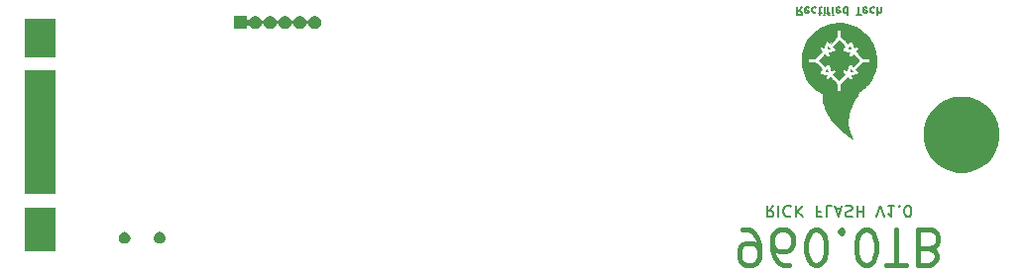
<source format=gbr>
G04 #@! TF.GenerationSoftware,KiCad,Pcbnew,(5.1.0-0)*
G04 #@! TF.CreationDate,2020-08-21T20:36:16-04:00*
G04 #@! TF.ProjectId,Rick Flash,5269636b-2046-46c6-9173-682e6b696361,1.1*
G04 #@! TF.SameCoordinates,Original*
G04 #@! TF.FileFunction,Soldermask,Bot*
G04 #@! TF.FilePolarity,Negative*
%FSLAX46Y46*%
G04 Gerber Fmt 4.6, Leading zero omitted, Abs format (unit mm)*
G04 Created by KiCad (PCBNEW (5.1.0-0)) date 2020-08-21 20:36:16*
%MOMM*%
%LPD*%
G04 APERTURE LIST*
%ADD10C,0.150000*%
%ADD11C,0.450000*%
%ADD12C,0.010000*%
%ADD13C,0.100000*%
G04 APERTURE END LIST*
D10*
X181366666Y-86083333D02*
X181133333Y-86416666D01*
X180966666Y-86083333D02*
X180966666Y-86783333D01*
X181233333Y-86783333D01*
X181300000Y-86750000D01*
X181333333Y-86716666D01*
X181366666Y-86650000D01*
X181366666Y-86550000D01*
X181333333Y-86483333D01*
X181300000Y-86450000D01*
X181233333Y-86416666D01*
X180966666Y-86416666D01*
X181933333Y-86116666D02*
X181866666Y-86083333D01*
X181733333Y-86083333D01*
X181666666Y-86116666D01*
X181633333Y-86183333D01*
X181633333Y-86450000D01*
X181666666Y-86516666D01*
X181733333Y-86550000D01*
X181866666Y-86550000D01*
X181933333Y-86516666D01*
X181966666Y-86450000D01*
X181966666Y-86383333D01*
X181633333Y-86316666D01*
X182566666Y-86116666D02*
X182500000Y-86083333D01*
X182366666Y-86083333D01*
X182300000Y-86116666D01*
X182266666Y-86150000D01*
X182233333Y-86216666D01*
X182233333Y-86416666D01*
X182266666Y-86483333D01*
X182300000Y-86516666D01*
X182366666Y-86550000D01*
X182500000Y-86550000D01*
X182566666Y-86516666D01*
X182766666Y-86550000D02*
X183033333Y-86550000D01*
X182866666Y-86783333D02*
X182866666Y-86183333D01*
X182900000Y-86116666D01*
X182966666Y-86083333D01*
X183033333Y-86083333D01*
X183266666Y-86083333D02*
X183266666Y-86550000D01*
X183266666Y-86783333D02*
X183233333Y-86750000D01*
X183266666Y-86716666D01*
X183300000Y-86750000D01*
X183266666Y-86783333D01*
X183266666Y-86716666D01*
X183500000Y-86550000D02*
X183766666Y-86550000D01*
X183600000Y-86083333D02*
X183600000Y-86683333D01*
X183633333Y-86750000D01*
X183700000Y-86783333D01*
X183766666Y-86783333D01*
X184000000Y-86083333D02*
X184000000Y-86550000D01*
X184000000Y-86783333D02*
X183966666Y-86750000D01*
X184000000Y-86716666D01*
X184033333Y-86750000D01*
X184000000Y-86783333D01*
X184000000Y-86716666D01*
X184600000Y-86116666D02*
X184533333Y-86083333D01*
X184400000Y-86083333D01*
X184333333Y-86116666D01*
X184300000Y-86183333D01*
X184300000Y-86450000D01*
X184333333Y-86516666D01*
X184400000Y-86550000D01*
X184533333Y-86550000D01*
X184600000Y-86516666D01*
X184633333Y-86450000D01*
X184633333Y-86383333D01*
X184300000Y-86316666D01*
X185233333Y-86083333D02*
X185233333Y-86783333D01*
X185233333Y-86116666D02*
X185166666Y-86083333D01*
X185033333Y-86083333D01*
X184966666Y-86116666D01*
X184933333Y-86150000D01*
X184900000Y-86216666D01*
X184900000Y-86416666D01*
X184933333Y-86483333D01*
X184966666Y-86516666D01*
X185033333Y-86550000D01*
X185166666Y-86550000D01*
X185233333Y-86516666D01*
X186000000Y-86783333D02*
X186400000Y-86783333D01*
X186200000Y-86083333D02*
X186200000Y-86783333D01*
X186900000Y-86116666D02*
X186833333Y-86083333D01*
X186700000Y-86083333D01*
X186633333Y-86116666D01*
X186600000Y-86183333D01*
X186600000Y-86450000D01*
X186633333Y-86516666D01*
X186700000Y-86550000D01*
X186833333Y-86550000D01*
X186900000Y-86516666D01*
X186933333Y-86450000D01*
X186933333Y-86383333D01*
X186600000Y-86316666D01*
X187533333Y-86116666D02*
X187466666Y-86083333D01*
X187333333Y-86083333D01*
X187266666Y-86116666D01*
X187233333Y-86150000D01*
X187200000Y-86216666D01*
X187200000Y-86416666D01*
X187233333Y-86483333D01*
X187266666Y-86516666D01*
X187333333Y-86550000D01*
X187466666Y-86550000D01*
X187533333Y-86516666D01*
X187833333Y-86083333D02*
X187833333Y-86783333D01*
X188133333Y-86083333D02*
X188133333Y-86450000D01*
X188100000Y-86516666D01*
X188033333Y-86550000D01*
X187933333Y-86550000D01*
X187866666Y-86516666D01*
X187833333Y-86483333D01*
X178928571Y-103047619D02*
X178595238Y-103523809D01*
X178357142Y-103047619D02*
X178357142Y-104047619D01*
X178738095Y-104047619D01*
X178833333Y-104000000D01*
X178880952Y-103952380D01*
X178928571Y-103857142D01*
X178928571Y-103714285D01*
X178880952Y-103619047D01*
X178833333Y-103571428D01*
X178738095Y-103523809D01*
X178357142Y-103523809D01*
X179357142Y-103047619D02*
X179357142Y-104047619D01*
X180404761Y-103142857D02*
X180357142Y-103095238D01*
X180214285Y-103047619D01*
X180119047Y-103047619D01*
X179976190Y-103095238D01*
X179880952Y-103190476D01*
X179833333Y-103285714D01*
X179785714Y-103476190D01*
X179785714Y-103619047D01*
X179833333Y-103809523D01*
X179880952Y-103904761D01*
X179976190Y-104000000D01*
X180119047Y-104047619D01*
X180214285Y-104047619D01*
X180357142Y-104000000D01*
X180404761Y-103952380D01*
X180833333Y-103047619D02*
X180833333Y-104047619D01*
X181404761Y-103047619D02*
X180976190Y-103619047D01*
X181404761Y-104047619D02*
X180833333Y-103476190D01*
X182928571Y-103571428D02*
X182595238Y-103571428D01*
X182595238Y-103047619D02*
X182595238Y-104047619D01*
X183071428Y-104047619D01*
X183928571Y-103047619D02*
X183452380Y-103047619D01*
X183452380Y-104047619D01*
X184214285Y-103333333D02*
X184690476Y-103333333D01*
X184119047Y-103047619D02*
X184452380Y-104047619D01*
X184785714Y-103047619D01*
X185071428Y-103095238D02*
X185214285Y-103047619D01*
X185452380Y-103047619D01*
X185547619Y-103095238D01*
X185595238Y-103142857D01*
X185642857Y-103238095D01*
X185642857Y-103333333D01*
X185595238Y-103428571D01*
X185547619Y-103476190D01*
X185452380Y-103523809D01*
X185261904Y-103571428D01*
X185166666Y-103619047D01*
X185119047Y-103666666D01*
X185071428Y-103761904D01*
X185071428Y-103857142D01*
X185119047Y-103952380D01*
X185166666Y-104000000D01*
X185261904Y-104047619D01*
X185500000Y-104047619D01*
X185642857Y-104000000D01*
X186071428Y-103047619D02*
X186071428Y-104047619D01*
X186071428Y-103571428D02*
X186642857Y-103571428D01*
X186642857Y-103047619D02*
X186642857Y-104047619D01*
X187738095Y-104047619D02*
X188071428Y-103047619D01*
X188404761Y-104047619D01*
X189261904Y-103047619D02*
X188690476Y-103047619D01*
X188976190Y-103047619D02*
X188976190Y-104047619D01*
X188880952Y-103904761D01*
X188785714Y-103809523D01*
X188690476Y-103761904D01*
X189690476Y-103142857D02*
X189738095Y-103095238D01*
X189690476Y-103047619D01*
X189642857Y-103095238D01*
X189690476Y-103142857D01*
X189690476Y-103047619D01*
X190357142Y-104047619D02*
X190452380Y-104047619D01*
X190547619Y-104000000D01*
X190595238Y-103952380D01*
X190642857Y-103857142D01*
X190690476Y-103666666D01*
X190690476Y-103428571D01*
X190642857Y-103238095D01*
X190595238Y-103142857D01*
X190547619Y-103095238D01*
X190452380Y-103047619D01*
X190357142Y-103047619D01*
X190261904Y-103095238D01*
X190214285Y-103142857D01*
X190166666Y-103238095D01*
X190119047Y-103428571D01*
X190119047Y-103666666D01*
X190166666Y-103857142D01*
X190214285Y-103952380D01*
X190261904Y-104000000D01*
X190357142Y-104047619D01*
D11*
X176285714Y-105142857D02*
X176857142Y-105142857D01*
X177142857Y-105285714D01*
X177285714Y-105428571D01*
X177571428Y-105857142D01*
X177714285Y-106428571D01*
X177714285Y-107571428D01*
X177571428Y-107857142D01*
X177428571Y-108000000D01*
X177142857Y-108142857D01*
X176571428Y-108142857D01*
X176285714Y-108000000D01*
X176142857Y-107857142D01*
X176000000Y-107571428D01*
X176000000Y-106857142D01*
X176142857Y-106571428D01*
X176285714Y-106428571D01*
X176571428Y-106285714D01*
X177142857Y-106285714D01*
X177428571Y-106428571D01*
X177571428Y-106571428D01*
X177714285Y-106857142D01*
X180285714Y-108142857D02*
X179714285Y-108142857D01*
X179428571Y-108000000D01*
X179285714Y-107857142D01*
X179000000Y-107428571D01*
X178857142Y-106857142D01*
X178857142Y-105714285D01*
X179000000Y-105428571D01*
X179142857Y-105285714D01*
X179428571Y-105142857D01*
X180000000Y-105142857D01*
X180285714Y-105285714D01*
X180428571Y-105428571D01*
X180571428Y-105714285D01*
X180571428Y-106428571D01*
X180428571Y-106714285D01*
X180285714Y-106857142D01*
X180000000Y-107000000D01*
X179428571Y-107000000D01*
X179142857Y-106857142D01*
X179000000Y-106714285D01*
X178857142Y-106428571D01*
X182428571Y-108142857D02*
X182714285Y-108142857D01*
X183000000Y-108000000D01*
X183142857Y-107857142D01*
X183285714Y-107571428D01*
X183428571Y-107000000D01*
X183428571Y-106285714D01*
X183285714Y-105714285D01*
X183142857Y-105428571D01*
X183000000Y-105285714D01*
X182714285Y-105142857D01*
X182428571Y-105142857D01*
X182142857Y-105285714D01*
X182000000Y-105428571D01*
X181857142Y-105714285D01*
X181714285Y-106285714D01*
X181714285Y-107000000D01*
X181857142Y-107571428D01*
X182000000Y-107857142D01*
X182142857Y-108000000D01*
X182428571Y-108142857D01*
X184714285Y-105428571D02*
X184857142Y-105285714D01*
X184714285Y-105142857D01*
X184571428Y-105285714D01*
X184714285Y-105428571D01*
X184714285Y-105142857D01*
X186714285Y-108142857D02*
X187000000Y-108142857D01*
X187285714Y-108000000D01*
X187428571Y-107857142D01*
X187571428Y-107571428D01*
X187714285Y-107000000D01*
X187714285Y-106285714D01*
X187571428Y-105714285D01*
X187428571Y-105428571D01*
X187285714Y-105285714D01*
X187000000Y-105142857D01*
X186714285Y-105142857D01*
X186428571Y-105285714D01*
X186285714Y-105428571D01*
X186142857Y-105714285D01*
X186000000Y-106285714D01*
X186000000Y-107000000D01*
X186142857Y-107571428D01*
X186285714Y-107857142D01*
X186428571Y-108000000D01*
X186714285Y-108142857D01*
X188571428Y-108142857D02*
X190285714Y-108142857D01*
X189428571Y-105142857D02*
X189428571Y-108142857D01*
X192285714Y-106714285D02*
X192714285Y-106571428D01*
X192857142Y-106428571D01*
X193000000Y-106142857D01*
X193000000Y-105714285D01*
X192857142Y-105428571D01*
X192714285Y-105285714D01*
X192428571Y-105142857D01*
X191285714Y-105142857D01*
X191285714Y-108142857D01*
X192285714Y-108142857D01*
X192571428Y-108000000D01*
X192714285Y-107857142D01*
X192857142Y-107571428D01*
X192857142Y-107285714D01*
X192714285Y-107000000D01*
X192571428Y-106857142D01*
X192285714Y-106714285D01*
X191285714Y-106714285D01*
D12*
G36*
X185508975Y-91611983D02*
G01*
X185533547Y-91606966D01*
X185566262Y-91598928D01*
X185601610Y-91589365D01*
X185634080Y-91579771D01*
X185658164Y-91571642D01*
X185668349Y-91566474D01*
X185668400Y-91566258D01*
X185661659Y-91556973D01*
X185643634Y-91537102D01*
X185617619Y-91510210D01*
X185604446Y-91497028D01*
X185540492Y-91433643D01*
X185517504Y-91521293D01*
X185507679Y-91560532D01*
X185500792Y-91591548D01*
X185497830Y-91609716D01*
X185498056Y-91612484D01*
X185508975Y-91611983D01*
X185508975Y-91611983D01*
G37*
X185508975Y-91611983D02*
X185533547Y-91606966D01*
X185566262Y-91598928D01*
X185601610Y-91589365D01*
X185634080Y-91579771D01*
X185658164Y-91571642D01*
X185668349Y-91566474D01*
X185668400Y-91566258D01*
X185661659Y-91556973D01*
X185643634Y-91537102D01*
X185617619Y-91510210D01*
X185604446Y-91497028D01*
X185540492Y-91433643D01*
X185517504Y-91521293D01*
X185507679Y-91560532D01*
X185500792Y-91591548D01*
X185497830Y-91609716D01*
X185498056Y-91612484D01*
X185508975Y-91611983D01*
G36*
X184520320Y-93822869D02*
G01*
X184634944Y-93822088D01*
X184731571Y-93820074D01*
X184812492Y-93816735D01*
X184879999Y-93811979D01*
X184931800Y-93806330D01*
X185173116Y-93764432D01*
X185412896Y-93702912D01*
X185649300Y-93622465D01*
X185880484Y-93523786D01*
X186104608Y-93407571D01*
X186292832Y-93292468D01*
X186376383Y-93235512D01*
X186455363Y-93177192D01*
X186532524Y-93115090D01*
X186610619Y-93046788D01*
X186692398Y-92969865D01*
X186780614Y-92881905D01*
X186878019Y-92780487D01*
X186891170Y-92766538D01*
X187000055Y-92644895D01*
X187097597Y-92522591D01*
X187186752Y-92395267D01*
X187270473Y-92258564D01*
X187351717Y-92108120D01*
X187391373Y-92028360D01*
X187469215Y-91857669D01*
X187534469Y-91691115D01*
X187588797Y-91523326D01*
X187633861Y-91348929D01*
X187671324Y-91162553D01*
X187685351Y-91078400D01*
X187692370Y-91021140D01*
X187698290Y-90947843D01*
X187703021Y-90862769D01*
X187706473Y-90770175D01*
X187708556Y-90674320D01*
X187709178Y-90579464D01*
X187708250Y-90489863D01*
X187705682Y-90409778D01*
X187701382Y-90343466D01*
X187701025Y-90339563D01*
X187667323Y-90086179D01*
X187614468Y-89838542D01*
X187542886Y-89597535D01*
X187453000Y-89364044D01*
X187345236Y-89138953D01*
X187220019Y-88923146D01*
X187077774Y-88717507D01*
X186918927Y-88522922D01*
X186743902Y-88340274D01*
X186736833Y-88333480D01*
X186543568Y-88161849D01*
X186340820Y-88008187D01*
X186128662Y-87872529D01*
X185907168Y-87754910D01*
X185676411Y-87655368D01*
X185436465Y-87573938D01*
X185187403Y-87510656D01*
X184972440Y-87471734D01*
X184911044Y-87464349D01*
X184834074Y-87457850D01*
X184746263Y-87452411D01*
X184652345Y-87448204D01*
X184557053Y-87445403D01*
X184465121Y-87444182D01*
X184381282Y-87444714D01*
X184310270Y-87447172D01*
X184306960Y-87447359D01*
X184071214Y-87470821D01*
X183834718Y-87513584D01*
X183600037Y-87574905D01*
X183369735Y-87654038D01*
X183146378Y-87750237D01*
X182991240Y-87829682D01*
X182896911Y-87884012D01*
X182797161Y-87946018D01*
X182697917Y-88011767D01*
X182605107Y-88077326D01*
X182524656Y-88138763D01*
X182521190Y-88141555D01*
X182465379Y-88189117D01*
X182400726Y-88248333D01*
X182330321Y-88316018D01*
X182257257Y-88388986D01*
X182184623Y-88464052D01*
X182115511Y-88538030D01*
X182053011Y-88607736D01*
X182000214Y-88669983D01*
X181965894Y-88713813D01*
X181820421Y-88926131D01*
X181692374Y-89146609D01*
X181582412Y-89373866D01*
X181491190Y-89606516D01*
X181419367Y-89843176D01*
X181407676Y-89889680D01*
X181390184Y-89962449D01*
X181375764Y-90025320D01*
X181364120Y-90081351D01*
X181354957Y-90133598D01*
X181347977Y-90185117D01*
X181342887Y-90238965D01*
X181339389Y-90298198D01*
X181337188Y-90365873D01*
X181335989Y-90445046D01*
X181335495Y-90538775D01*
X181335449Y-90591270D01*
X181879319Y-90591270D01*
X181879687Y-90555644D01*
X181882116Y-90531667D01*
X181887153Y-90515012D01*
X181895344Y-90501356D01*
X181898980Y-90496583D01*
X181920834Y-90468800D01*
X182493533Y-90468800D01*
X183071707Y-89890360D01*
X182988253Y-89804860D01*
X182932301Y-89742742D01*
X182894124Y-89689059D01*
X182873330Y-89643138D01*
X182869531Y-89604304D01*
X182870105Y-89600593D01*
X182888240Y-89548587D01*
X182920226Y-89504204D01*
X182962007Y-89471839D01*
X183002679Y-89456970D01*
X183056122Y-89457237D01*
X183111969Y-89477512D01*
X183165176Y-89513735D01*
X183191455Y-89533584D01*
X183211565Y-89545332D01*
X183220468Y-89546635D01*
X183225176Y-89534637D01*
X183233844Y-89506590D01*
X183245414Y-89466137D01*
X183258827Y-89416918D01*
X183265455Y-89391840D01*
X183291933Y-89292841D01*
X183315064Y-89211777D01*
X183335666Y-89146694D01*
X183354555Y-89095638D01*
X183372550Y-89056655D01*
X183390469Y-89027792D01*
X183409128Y-89007096D01*
X183429347Y-88992611D01*
X183433496Y-88990367D01*
X183476465Y-88975311D01*
X183520497Y-88975123D01*
X183567345Y-88990529D01*
X183618762Y-89022260D01*
X183676498Y-89071042D01*
X183712429Y-89106269D01*
X183783379Y-89178687D01*
X184065489Y-88896712D01*
X184347600Y-88614737D01*
X184347600Y-88049797D01*
X184372538Y-88024859D01*
X184384538Y-88014075D01*
X184397659Y-88006946D01*
X184416168Y-88002721D01*
X184444332Y-88000646D01*
X184486417Y-87999970D01*
X184513947Y-87999920D01*
X184561930Y-88000451D01*
X184603404Y-88001889D01*
X184633562Y-88004008D01*
X184646864Y-88006232D01*
X184659874Y-88012952D01*
X184670214Y-88023482D01*
X184678183Y-88040002D01*
X184684082Y-88064692D01*
X184688210Y-88099734D01*
X184690867Y-88147308D01*
X184692352Y-88209595D01*
X184692965Y-88288775D01*
X184693040Y-88342250D01*
X184693040Y-88614469D01*
X184979516Y-88901078D01*
X185265993Y-89187688D01*
X185355763Y-89101149D01*
X185412433Y-89049589D01*
X185460341Y-89013733D01*
X185502278Y-88992568D01*
X185541031Y-88985078D01*
X185579392Y-88990251D01*
X185617868Y-89005897D01*
X185636365Y-89016877D01*
X185652458Y-89030889D01*
X185667127Y-89050197D01*
X185681353Y-89077062D01*
X185696118Y-89113746D01*
X185712403Y-89162513D01*
X185731190Y-89225624D01*
X185753459Y-89305341D01*
X185763114Y-89340736D01*
X185826005Y-89572286D01*
X185871662Y-89531476D01*
X185925468Y-89490676D01*
X185975656Y-89468300D01*
X186014518Y-89462960D01*
X186065051Y-89472445D01*
X186110396Y-89498273D01*
X186146632Y-89536509D01*
X186169840Y-89583217D01*
X186176400Y-89625520D01*
X186173116Y-89656739D01*
X186162034Y-89688196D01*
X186141309Y-89722802D01*
X186109095Y-89763468D01*
X186063544Y-89813103D01*
X186045844Y-89831363D01*
X185978621Y-89900046D01*
X186547103Y-90468800D01*
X186824031Y-90468800D01*
X186913476Y-90468621D01*
X186984650Y-90468814D01*
X187039589Y-90470476D01*
X187080329Y-90474705D01*
X187108908Y-90482599D01*
X187127361Y-90495255D01*
X187137724Y-90513770D01*
X187142034Y-90539241D01*
X187142327Y-90572767D01*
X187140639Y-90615443D01*
X187139741Y-90638942D01*
X187137800Y-90691868D01*
X187135570Y-90728452D01*
X187132203Y-90752661D01*
X187126854Y-90768466D01*
X187118678Y-90779836D01*
X187107508Y-90790155D01*
X187079506Y-90814240D01*
X186798200Y-90814240D01*
X186516893Y-90814241D01*
X186235520Y-91095479D01*
X185954148Y-91376717D01*
X186036359Y-91463568D01*
X186081655Y-91512472D01*
X186114139Y-91550682D01*
X186135815Y-91581417D01*
X186148683Y-91607894D01*
X186154745Y-91633332D01*
X186156042Y-91655985D01*
X186148987Y-91711579D01*
X186126854Y-91754352D01*
X186088352Y-91786409D01*
X186070440Y-91795639D01*
X186050525Y-91803159D01*
X186015453Y-91814800D01*
X185968594Y-91829573D01*
X185913319Y-91846488D01*
X185852999Y-91864558D01*
X185791005Y-91882792D01*
X185730707Y-91900201D01*
X185675476Y-91915796D01*
X185628684Y-91928589D01*
X185593700Y-91937589D01*
X185573895Y-91941809D01*
X185571684Y-91942000D01*
X185574536Y-91948819D01*
X185588346Y-91966794D01*
X185610232Y-91992209D01*
X185613046Y-91995340D01*
X185655251Y-92047999D01*
X185679469Y-92094077D01*
X185685859Y-92136130D01*
X185674582Y-92176717D01*
X185645799Y-92218394D01*
X185628243Y-92237124D01*
X185582046Y-92275182D01*
X185538229Y-92293845D01*
X185495168Y-92293642D01*
X185474412Y-92287048D01*
X185455192Y-92275351D01*
X185425253Y-92252756D01*
X185388554Y-92222418D01*
X185349053Y-92187494D01*
X185345510Y-92184247D01*
X185247696Y-92094323D01*
X185206588Y-92132257D01*
X185189540Y-92148472D01*
X185160112Y-92177005D01*
X185120342Y-92215856D01*
X185072270Y-92263024D01*
X185017933Y-92316510D01*
X184959373Y-92374315D01*
X184919100Y-92414157D01*
X184672720Y-92658125D01*
X184672720Y-93230846D01*
X184644937Y-93252700D01*
X184631313Y-93262100D01*
X184616175Y-93268157D01*
X184595198Y-93271419D01*
X184564056Y-93272433D01*
X184518426Y-93271746D01*
X184498652Y-93271217D01*
X184454228Y-93270342D01*
X184418770Y-93269111D01*
X184391272Y-93265450D01*
X184370730Y-93257288D01*
X184356141Y-93242555D01*
X184346500Y-93219177D01*
X184340804Y-93185084D01*
X184338048Y-93138204D01*
X184337228Y-93076465D01*
X184337341Y-92997796D01*
X184337440Y-92938578D01*
X184337440Y-92647984D01*
X184054761Y-92365441D01*
X183983290Y-92294113D01*
X183924737Y-92236015D01*
X183877735Y-92189926D01*
X183840913Y-92154627D01*
X183812904Y-92128896D01*
X183792339Y-92111516D01*
X183777849Y-92101264D01*
X183768066Y-92096922D01*
X183761621Y-92097270D01*
X183757581Y-92100538D01*
X183733054Y-92126623D01*
X183698869Y-92158141D01*
X183659248Y-92191724D01*
X183618415Y-92224008D01*
X183580594Y-92251627D01*
X183550006Y-92271215D01*
X183533980Y-92278726D01*
X183487625Y-92282609D01*
X183439155Y-92269396D01*
X183393742Y-92240957D01*
X183372713Y-92220387D01*
X183355130Y-92197875D01*
X183345801Y-92176352D01*
X183342209Y-92147798D01*
X183341760Y-92121708D01*
X183343527Y-92082216D01*
X183350733Y-92051256D01*
X183366235Y-92022553D01*
X183392889Y-91989831D01*
X183410380Y-91970963D01*
X183430294Y-91948806D01*
X183437094Y-91936623D01*
X183432337Y-91930325D01*
X183426643Y-91928264D01*
X183411004Y-91923921D01*
X183379291Y-91915354D01*
X183335080Y-91903521D01*
X183281945Y-91889380D01*
X183232432Y-91876259D01*
X183139808Y-91851168D01*
X183064949Y-91829337D01*
X183005739Y-91809826D01*
X182960062Y-91791693D01*
X182925801Y-91773998D01*
X182900841Y-91755800D01*
X182883065Y-91736159D01*
X182871046Y-91715605D01*
X182857162Y-91676510D01*
X182854723Y-91638641D01*
X182864774Y-91599355D01*
X182888356Y-91556010D01*
X182926513Y-91505964D01*
X182975066Y-91452070D01*
X183056011Y-91366557D01*
X182774639Y-91085319D01*
X182493266Y-90804080D01*
X182207887Y-90804080D01*
X182118287Y-90804262D01*
X182046905Y-90804123D01*
X181991653Y-90802632D01*
X181950441Y-90798763D01*
X181921180Y-90791486D01*
X181901780Y-90779773D01*
X181890154Y-90762595D01*
X181884211Y-90738923D01*
X181881863Y-90707730D01*
X181881020Y-90667985D01*
X181880463Y-90642868D01*
X181879319Y-90591270D01*
X181335449Y-90591270D01*
X181335409Y-90636440D01*
X181335479Y-90738139D01*
X181335752Y-90822041D01*
X181336341Y-90890669D01*
X181337359Y-90946547D01*
X181338921Y-90992197D01*
X181341139Y-91030143D01*
X181344127Y-91062908D01*
X181347997Y-91093014D01*
X181352865Y-91122986D01*
X181358700Y-91154600D01*
X181418329Y-91417299D01*
X181494809Y-91668688D01*
X181588204Y-91908906D01*
X181698575Y-92138087D01*
X181825983Y-92356369D01*
X181970491Y-92563888D01*
X182036502Y-92648120D01*
X182074353Y-92692260D01*
X182123857Y-92746197D01*
X182181954Y-92806919D01*
X182245581Y-92871413D01*
X182311679Y-92936668D01*
X182377186Y-92999671D01*
X182439040Y-93057411D01*
X182494182Y-93106875D01*
X182539549Y-93145051D01*
X182549280Y-93152690D01*
X182758367Y-93302218D01*
X182972265Y-93432385D01*
X183192277Y-93543743D01*
X183419705Y-93636842D01*
X183655851Y-93712234D01*
X183902017Y-93770468D01*
X184083440Y-93801679D01*
X184132553Y-93808446D01*
X184178922Y-93813667D01*
X184226262Y-93817522D01*
X184278288Y-93820193D01*
X184338713Y-93821858D01*
X184411252Y-93822698D01*
X184499620Y-93822893D01*
X184520320Y-93822869D01*
X184520320Y-93822869D01*
G37*
X184520320Y-93822869D02*
X184634944Y-93822088D01*
X184731571Y-93820074D01*
X184812492Y-93816735D01*
X184879999Y-93811979D01*
X184931800Y-93806330D01*
X185173116Y-93764432D01*
X185412896Y-93702912D01*
X185649300Y-93622465D01*
X185880484Y-93523786D01*
X186104608Y-93407571D01*
X186292832Y-93292468D01*
X186376383Y-93235512D01*
X186455363Y-93177192D01*
X186532524Y-93115090D01*
X186610619Y-93046788D01*
X186692398Y-92969865D01*
X186780614Y-92881905D01*
X186878019Y-92780487D01*
X186891170Y-92766538D01*
X187000055Y-92644895D01*
X187097597Y-92522591D01*
X187186752Y-92395267D01*
X187270473Y-92258564D01*
X187351717Y-92108120D01*
X187391373Y-92028360D01*
X187469215Y-91857669D01*
X187534469Y-91691115D01*
X187588797Y-91523326D01*
X187633861Y-91348929D01*
X187671324Y-91162553D01*
X187685351Y-91078400D01*
X187692370Y-91021140D01*
X187698290Y-90947843D01*
X187703021Y-90862769D01*
X187706473Y-90770175D01*
X187708556Y-90674320D01*
X187709178Y-90579464D01*
X187708250Y-90489863D01*
X187705682Y-90409778D01*
X187701382Y-90343466D01*
X187701025Y-90339563D01*
X187667323Y-90086179D01*
X187614468Y-89838542D01*
X187542886Y-89597535D01*
X187453000Y-89364044D01*
X187345236Y-89138953D01*
X187220019Y-88923146D01*
X187077774Y-88717507D01*
X186918927Y-88522922D01*
X186743902Y-88340274D01*
X186736833Y-88333480D01*
X186543568Y-88161849D01*
X186340820Y-88008187D01*
X186128662Y-87872529D01*
X185907168Y-87754910D01*
X185676411Y-87655368D01*
X185436465Y-87573938D01*
X185187403Y-87510656D01*
X184972440Y-87471734D01*
X184911044Y-87464349D01*
X184834074Y-87457850D01*
X184746263Y-87452411D01*
X184652345Y-87448204D01*
X184557053Y-87445403D01*
X184465121Y-87444182D01*
X184381282Y-87444714D01*
X184310270Y-87447172D01*
X184306960Y-87447359D01*
X184071214Y-87470821D01*
X183834718Y-87513584D01*
X183600037Y-87574905D01*
X183369735Y-87654038D01*
X183146378Y-87750237D01*
X182991240Y-87829682D01*
X182896911Y-87884012D01*
X182797161Y-87946018D01*
X182697917Y-88011767D01*
X182605107Y-88077326D01*
X182524656Y-88138763D01*
X182521190Y-88141555D01*
X182465379Y-88189117D01*
X182400726Y-88248333D01*
X182330321Y-88316018D01*
X182257257Y-88388986D01*
X182184623Y-88464052D01*
X182115511Y-88538030D01*
X182053011Y-88607736D01*
X182000214Y-88669983D01*
X181965894Y-88713813D01*
X181820421Y-88926131D01*
X181692374Y-89146609D01*
X181582412Y-89373866D01*
X181491190Y-89606516D01*
X181419367Y-89843176D01*
X181407676Y-89889680D01*
X181390184Y-89962449D01*
X181375764Y-90025320D01*
X181364120Y-90081351D01*
X181354957Y-90133598D01*
X181347977Y-90185117D01*
X181342887Y-90238965D01*
X181339389Y-90298198D01*
X181337188Y-90365873D01*
X181335989Y-90445046D01*
X181335495Y-90538775D01*
X181335449Y-90591270D01*
X181879319Y-90591270D01*
X181879687Y-90555644D01*
X181882116Y-90531667D01*
X181887153Y-90515012D01*
X181895344Y-90501356D01*
X181898980Y-90496583D01*
X181920834Y-90468800D01*
X182493533Y-90468800D01*
X183071707Y-89890360D01*
X182988253Y-89804860D01*
X182932301Y-89742742D01*
X182894124Y-89689059D01*
X182873330Y-89643138D01*
X182869531Y-89604304D01*
X182870105Y-89600593D01*
X182888240Y-89548587D01*
X182920226Y-89504204D01*
X182962007Y-89471839D01*
X183002679Y-89456970D01*
X183056122Y-89457237D01*
X183111969Y-89477512D01*
X183165176Y-89513735D01*
X183191455Y-89533584D01*
X183211565Y-89545332D01*
X183220468Y-89546635D01*
X183225176Y-89534637D01*
X183233844Y-89506590D01*
X183245414Y-89466137D01*
X183258827Y-89416918D01*
X183265455Y-89391840D01*
X183291933Y-89292841D01*
X183315064Y-89211777D01*
X183335666Y-89146694D01*
X183354555Y-89095638D01*
X183372550Y-89056655D01*
X183390469Y-89027792D01*
X183409128Y-89007096D01*
X183429347Y-88992611D01*
X183433496Y-88990367D01*
X183476465Y-88975311D01*
X183520497Y-88975123D01*
X183567345Y-88990529D01*
X183618762Y-89022260D01*
X183676498Y-89071042D01*
X183712429Y-89106269D01*
X183783379Y-89178687D01*
X184065489Y-88896712D01*
X184347600Y-88614737D01*
X184347600Y-88049797D01*
X184372538Y-88024859D01*
X184384538Y-88014075D01*
X184397659Y-88006946D01*
X184416168Y-88002721D01*
X184444332Y-88000646D01*
X184486417Y-87999970D01*
X184513947Y-87999920D01*
X184561930Y-88000451D01*
X184603404Y-88001889D01*
X184633562Y-88004008D01*
X184646864Y-88006232D01*
X184659874Y-88012952D01*
X184670214Y-88023482D01*
X184678183Y-88040002D01*
X184684082Y-88064692D01*
X184688210Y-88099734D01*
X184690867Y-88147308D01*
X184692352Y-88209595D01*
X184692965Y-88288775D01*
X184693040Y-88342250D01*
X184693040Y-88614469D01*
X184979516Y-88901078D01*
X185265993Y-89187688D01*
X185355763Y-89101149D01*
X185412433Y-89049589D01*
X185460341Y-89013733D01*
X185502278Y-88992568D01*
X185541031Y-88985078D01*
X185579392Y-88990251D01*
X185617868Y-89005897D01*
X185636365Y-89016877D01*
X185652458Y-89030889D01*
X185667127Y-89050197D01*
X185681353Y-89077062D01*
X185696118Y-89113746D01*
X185712403Y-89162513D01*
X185731190Y-89225624D01*
X185753459Y-89305341D01*
X185763114Y-89340736D01*
X185826005Y-89572286D01*
X185871662Y-89531476D01*
X185925468Y-89490676D01*
X185975656Y-89468300D01*
X186014518Y-89462960D01*
X186065051Y-89472445D01*
X186110396Y-89498273D01*
X186146632Y-89536509D01*
X186169840Y-89583217D01*
X186176400Y-89625520D01*
X186173116Y-89656739D01*
X186162034Y-89688196D01*
X186141309Y-89722802D01*
X186109095Y-89763468D01*
X186063544Y-89813103D01*
X186045844Y-89831363D01*
X185978621Y-89900046D01*
X186547103Y-90468800D01*
X186824031Y-90468800D01*
X186913476Y-90468621D01*
X186984650Y-90468814D01*
X187039589Y-90470476D01*
X187080329Y-90474705D01*
X187108908Y-90482599D01*
X187127361Y-90495255D01*
X187137724Y-90513770D01*
X187142034Y-90539241D01*
X187142327Y-90572767D01*
X187140639Y-90615443D01*
X187139741Y-90638942D01*
X187137800Y-90691868D01*
X187135570Y-90728452D01*
X187132203Y-90752661D01*
X187126854Y-90768466D01*
X187118678Y-90779836D01*
X187107508Y-90790155D01*
X187079506Y-90814240D01*
X186798200Y-90814240D01*
X186516893Y-90814241D01*
X186235520Y-91095479D01*
X185954148Y-91376717D01*
X186036359Y-91463568D01*
X186081655Y-91512472D01*
X186114139Y-91550682D01*
X186135815Y-91581417D01*
X186148683Y-91607894D01*
X186154745Y-91633332D01*
X186156042Y-91655985D01*
X186148987Y-91711579D01*
X186126854Y-91754352D01*
X186088352Y-91786409D01*
X186070440Y-91795639D01*
X186050525Y-91803159D01*
X186015453Y-91814800D01*
X185968594Y-91829573D01*
X185913319Y-91846488D01*
X185852999Y-91864558D01*
X185791005Y-91882792D01*
X185730707Y-91900201D01*
X185675476Y-91915796D01*
X185628684Y-91928589D01*
X185593700Y-91937589D01*
X185573895Y-91941809D01*
X185571684Y-91942000D01*
X185574536Y-91948819D01*
X185588346Y-91966794D01*
X185610232Y-91992209D01*
X185613046Y-91995340D01*
X185655251Y-92047999D01*
X185679469Y-92094077D01*
X185685859Y-92136130D01*
X185674582Y-92176717D01*
X185645799Y-92218394D01*
X185628243Y-92237124D01*
X185582046Y-92275182D01*
X185538229Y-92293845D01*
X185495168Y-92293642D01*
X185474412Y-92287048D01*
X185455192Y-92275351D01*
X185425253Y-92252756D01*
X185388554Y-92222418D01*
X185349053Y-92187494D01*
X185345510Y-92184247D01*
X185247696Y-92094323D01*
X185206588Y-92132257D01*
X185189540Y-92148472D01*
X185160112Y-92177005D01*
X185120342Y-92215856D01*
X185072270Y-92263024D01*
X185017933Y-92316510D01*
X184959373Y-92374315D01*
X184919100Y-92414157D01*
X184672720Y-92658125D01*
X184672720Y-93230846D01*
X184644937Y-93252700D01*
X184631313Y-93262100D01*
X184616175Y-93268157D01*
X184595198Y-93271419D01*
X184564056Y-93272433D01*
X184518426Y-93271746D01*
X184498652Y-93271217D01*
X184454228Y-93270342D01*
X184418770Y-93269111D01*
X184391272Y-93265450D01*
X184370730Y-93257288D01*
X184356141Y-93242555D01*
X184346500Y-93219177D01*
X184340804Y-93185084D01*
X184338048Y-93138204D01*
X184337228Y-93076465D01*
X184337341Y-92997796D01*
X184337440Y-92938578D01*
X184337440Y-92647984D01*
X184054761Y-92365441D01*
X183983290Y-92294113D01*
X183924737Y-92236015D01*
X183877735Y-92189926D01*
X183840913Y-92154627D01*
X183812904Y-92128896D01*
X183792339Y-92111516D01*
X183777849Y-92101264D01*
X183768066Y-92096922D01*
X183761621Y-92097270D01*
X183757581Y-92100538D01*
X183733054Y-92126623D01*
X183698869Y-92158141D01*
X183659248Y-92191724D01*
X183618415Y-92224008D01*
X183580594Y-92251627D01*
X183550006Y-92271215D01*
X183533980Y-92278726D01*
X183487625Y-92282609D01*
X183439155Y-92269396D01*
X183393742Y-92240957D01*
X183372713Y-92220387D01*
X183355130Y-92197875D01*
X183345801Y-92176352D01*
X183342209Y-92147798D01*
X183341760Y-92121708D01*
X183343527Y-92082216D01*
X183350733Y-92051256D01*
X183366235Y-92022553D01*
X183392889Y-91989831D01*
X183410380Y-91970963D01*
X183430294Y-91948806D01*
X183437094Y-91936623D01*
X183432337Y-91930325D01*
X183426643Y-91928264D01*
X183411004Y-91923921D01*
X183379291Y-91915354D01*
X183335080Y-91903521D01*
X183281945Y-91889380D01*
X183232432Y-91876259D01*
X183139808Y-91851168D01*
X183064949Y-91829337D01*
X183005739Y-91809826D01*
X182960062Y-91791693D01*
X182925801Y-91773998D01*
X182900841Y-91755800D01*
X182883065Y-91736159D01*
X182871046Y-91715605D01*
X182857162Y-91676510D01*
X182854723Y-91638641D01*
X182864774Y-91599355D01*
X182888356Y-91556010D01*
X182926513Y-91505964D01*
X182975066Y-91452070D01*
X183056011Y-91366557D01*
X182774639Y-91085319D01*
X182493266Y-90804080D01*
X182207887Y-90804080D01*
X182118287Y-90804262D01*
X182046905Y-90804123D01*
X181991653Y-90802632D01*
X181950441Y-90798763D01*
X181921180Y-90791486D01*
X181901780Y-90779773D01*
X181890154Y-90762595D01*
X181884211Y-90738923D01*
X181881863Y-90707730D01*
X181881020Y-90667985D01*
X181880463Y-90642868D01*
X181879319Y-90591270D01*
X181335449Y-90591270D01*
X181335409Y-90636440D01*
X181335479Y-90738139D01*
X181335752Y-90822041D01*
X181336341Y-90890669D01*
X181337359Y-90946547D01*
X181338921Y-90992197D01*
X181341139Y-91030143D01*
X181344127Y-91062908D01*
X181347997Y-91093014D01*
X181352865Y-91122986D01*
X181358700Y-91154600D01*
X181418329Y-91417299D01*
X181494809Y-91668688D01*
X181588204Y-91908906D01*
X181698575Y-92138087D01*
X181825983Y-92356369D01*
X181970491Y-92563888D01*
X182036502Y-92648120D01*
X182074353Y-92692260D01*
X182123857Y-92746197D01*
X182181954Y-92806919D01*
X182245581Y-92871413D01*
X182311679Y-92936668D01*
X182377186Y-92999671D01*
X182439040Y-93057411D01*
X182494182Y-93106875D01*
X182539549Y-93145051D01*
X182549280Y-93152690D01*
X182758367Y-93302218D01*
X182972265Y-93432385D01*
X183192277Y-93543743D01*
X183419705Y-93636842D01*
X183655851Y-93712234D01*
X183902017Y-93770468D01*
X184083440Y-93801679D01*
X184132553Y-93808446D01*
X184178922Y-93813667D01*
X184226262Y-93817522D01*
X184278288Y-93820193D01*
X184338713Y-93821858D01*
X184411252Y-93822698D01*
X184499620Y-93822893D01*
X184520320Y-93822869D01*
G36*
X183559869Y-89652521D02*
G01*
X183585900Y-89647472D01*
X183622112Y-89638790D01*
X183640793Y-89633873D01*
X183728320Y-89610212D01*
X183588508Y-89471472D01*
X183566321Y-89559936D01*
X183556976Y-89599559D01*
X183550653Y-89631105D01*
X183548238Y-89649887D01*
X183548699Y-89652967D01*
X183559869Y-89652521D01*
X183559869Y-89652521D01*
G37*
X183559869Y-89652521D02*
X183585900Y-89647472D01*
X183622112Y-89638790D01*
X183640793Y-89633873D01*
X183728320Y-89610212D01*
X183588508Y-89471472D01*
X183566321Y-89559936D01*
X183556976Y-89599559D01*
X183550653Y-89631105D01*
X183548238Y-89649887D01*
X183548699Y-89652967D01*
X183559869Y-89652521D01*
G36*
X185484552Y-89646671D02*
G01*
X185480505Y-89619512D01*
X185469919Y-89575764D01*
X185459587Y-89538832D01*
X185449747Y-89508849D01*
X185441027Y-89488853D01*
X185436539Y-89483706D01*
X185426667Y-89490618D01*
X185406376Y-89508660D01*
X185379440Y-89534421D01*
X185369315Y-89544455D01*
X185342398Y-89572315D01*
X185322802Y-89594426D01*
X185313597Y-89607245D01*
X185313435Y-89608920D01*
X185324390Y-89613134D01*
X185349287Y-89620845D01*
X185382398Y-89630449D01*
X185417995Y-89640347D01*
X185450350Y-89648935D01*
X185473734Y-89654613D01*
X185481823Y-89656000D01*
X185484552Y-89646671D01*
X185484552Y-89646671D01*
G37*
X185484552Y-89646671D02*
X185480505Y-89619512D01*
X185469919Y-89575764D01*
X185459587Y-89538832D01*
X185449747Y-89508849D01*
X185441027Y-89488853D01*
X185436539Y-89483706D01*
X185426667Y-89490618D01*
X185406376Y-89508660D01*
X185379440Y-89534421D01*
X185369315Y-89544455D01*
X185342398Y-89572315D01*
X185322802Y-89594426D01*
X185313597Y-89607245D01*
X185313435Y-89608920D01*
X185324390Y-89613134D01*
X185349287Y-89620845D01*
X185382398Y-89630449D01*
X185417995Y-89640347D01*
X185450350Y-89648935D01*
X185473734Y-89654613D01*
X185481823Y-89656000D01*
X185484552Y-89646671D01*
G36*
X183534800Y-91609779D02*
G01*
X183532203Y-91593220D01*
X183525449Y-91564895D01*
X183516088Y-91530157D01*
X183505671Y-91494360D01*
X183495749Y-91462856D01*
X183487873Y-91441001D01*
X183483870Y-91434000D01*
X183473964Y-91441111D01*
X183454542Y-91460003D01*
X183429301Y-91487019D01*
X183421618Y-91495628D01*
X183396321Y-91524943D01*
X183377275Y-91548326D01*
X183367703Y-91561775D01*
X183367160Y-91563233D01*
X183376264Y-91568344D01*
X183400561Y-91576840D01*
X183435523Y-91587200D01*
X183450980Y-91591392D01*
X183488750Y-91600978D01*
X183517682Y-91607540D01*
X183533291Y-91610096D01*
X183534800Y-91609779D01*
X183534800Y-91609779D01*
G37*
X183534800Y-91609779D02*
X183532203Y-91593220D01*
X183525449Y-91564895D01*
X183516088Y-91530157D01*
X183505671Y-91494360D01*
X183495749Y-91462856D01*
X183487873Y-91441001D01*
X183483870Y-91434000D01*
X183473964Y-91441111D01*
X183454542Y-91460003D01*
X183429301Y-91487019D01*
X183421618Y-91495628D01*
X183396321Y-91524943D01*
X183377275Y-91548326D01*
X183367703Y-91561775D01*
X183367160Y-91563233D01*
X183376264Y-91568344D01*
X183400561Y-91576840D01*
X183435523Y-91587200D01*
X183450980Y-91591392D01*
X183488750Y-91600978D01*
X183517682Y-91607540D01*
X183533291Y-91610096D01*
X183534800Y-91609779D01*
G36*
X184767536Y-92098818D02*
G01*
X185019705Y-91849158D01*
X184934836Y-91760959D01*
X184882298Y-91703188D01*
X184845661Y-91654409D01*
X184824135Y-91612022D01*
X184816935Y-91573427D01*
X184823271Y-91536023D01*
X184842357Y-91497209D01*
X184850971Y-91484148D01*
X184889948Y-91443294D01*
X184936257Y-91420234D01*
X184987389Y-91414986D01*
X185040832Y-91427568D01*
X185094077Y-91457995D01*
X185122284Y-91482264D01*
X185146977Y-91503148D01*
X185164139Y-91511220D01*
X185168937Y-91509708D01*
X185174748Y-91496442D01*
X185183983Y-91467820D01*
X185195308Y-91428238D01*
X185205827Y-91388280D01*
X185230945Y-91291520D01*
X185254289Y-91206258D01*
X185275302Y-91134371D01*
X185293424Y-91077736D01*
X185308097Y-91038230D01*
X185313527Y-91026339D01*
X185345981Y-90978440D01*
X185386065Y-90948890D01*
X185435353Y-90936642D01*
X185448997Y-90936160D01*
X185486306Y-90939875D01*
X185522526Y-90952315D01*
X185560867Y-90975421D01*
X185604538Y-91011135D01*
X185656746Y-91061400D01*
X185657946Y-91062614D01*
X185687887Y-91091863D01*
X185713150Y-91114569D01*
X185729994Y-91127459D01*
X185734068Y-91129200D01*
X185743679Y-91122260D01*
X185765414Y-91102800D01*
X185797228Y-91072865D01*
X185837074Y-91034499D01*
X185882906Y-90989745D01*
X185932678Y-90940648D01*
X185984345Y-90889250D01*
X186035859Y-90837597D01*
X186085176Y-90787732D01*
X186130249Y-90741699D01*
X186169032Y-90701541D01*
X186199479Y-90669303D01*
X186219544Y-90647028D01*
X186227181Y-90636761D01*
X186227200Y-90636596D01*
X186220260Y-90627257D01*
X186200546Y-90605336D01*
X186169713Y-90572559D01*
X186129416Y-90530650D01*
X186081310Y-90481334D01*
X186027052Y-90426336D01*
X185981526Y-90380606D01*
X185735853Y-90134779D01*
X185650335Y-90215729D01*
X185591217Y-90268566D01*
X185541821Y-90305613D01*
X185500496Y-90327922D01*
X185465591Y-90336541D01*
X185460198Y-90336720D01*
X185412741Y-90327243D01*
X185366090Y-90300596D01*
X185335501Y-90271840D01*
X185315627Y-90246211D01*
X185305829Y-90222256D01*
X185302754Y-90190432D01*
X185302640Y-90178382D01*
X185307005Y-90129401D01*
X185322006Y-90086946D01*
X185350506Y-90044322D01*
X185369258Y-90022459D01*
X185404246Y-89983730D01*
X185279783Y-89951149D01*
X185168580Y-89921471D01*
X185075515Y-89895421D01*
X185001008Y-89873123D01*
X184945479Y-89854705D01*
X184909348Y-89840293D01*
X184905054Y-89838194D01*
X184858699Y-89804806D01*
X184828618Y-89761150D01*
X184818992Y-89730190D01*
X184816229Y-89696528D01*
X184822171Y-89663636D01*
X184838413Y-89628374D01*
X184866549Y-89587604D01*
X184908173Y-89538185D01*
X184927126Y-89517282D01*
X185018575Y-89417809D01*
X184772065Y-89171145D01*
X184713969Y-89113160D01*
X184660449Y-89060024D01*
X184613187Y-89013387D01*
X184573864Y-88974895D01*
X184544164Y-88946196D01*
X184525767Y-88928940D01*
X184520320Y-88924480D01*
X184512164Y-88931409D01*
X184491361Y-88951096D01*
X184459594Y-88981892D01*
X184418546Y-89022149D01*
X184369898Y-89070217D01*
X184315335Y-89124449D01*
X184268782Y-89170937D01*
X184210843Y-89229092D01*
X184157755Y-89282726D01*
X184111167Y-89330147D01*
X184072726Y-89369660D01*
X184044083Y-89399573D01*
X184026887Y-89418193D01*
X184022480Y-89423812D01*
X184028708Y-89433635D01*
X184045621Y-89455446D01*
X184070555Y-89485912D01*
X184097636Y-89517956D01*
X184146263Y-89577809D01*
X184179968Y-89627472D01*
X184199628Y-89669530D01*
X184206121Y-89706566D01*
X184200327Y-89741165D01*
X184184527Y-89773669D01*
X184170953Y-89792448D01*
X184153531Y-89809465D01*
X184130261Y-89825536D01*
X184099138Y-89841480D01*
X184058161Y-89858113D01*
X184005326Y-89876254D01*
X183938630Y-89896718D01*
X183856071Y-89920324D01*
X183761533Y-89946293D01*
X183617426Y-89985389D01*
X183658298Y-90029730D01*
X183685609Y-90063800D01*
X183710019Y-90101611D01*
X183719736Y-90120562D01*
X183731969Y-90152729D01*
X183734727Y-90177392D01*
X183729132Y-90204332D01*
X183712875Y-90237195D01*
X183685660Y-90272854D01*
X183653560Y-90304572D01*
X183622647Y-90325616D01*
X183617958Y-90327643D01*
X183584380Y-90336669D01*
X183551343Y-90336085D01*
X183516079Y-90324654D01*
X183475822Y-90301138D01*
X183427804Y-90264300D01*
X183376930Y-90219880D01*
X183343819Y-90190178D01*
X183316313Y-90166039D01*
X183297856Y-90150455D01*
X183292083Y-90146201D01*
X183283671Y-90152519D01*
X183262651Y-90171629D01*
X183230721Y-90201894D01*
X183189579Y-90241674D01*
X183140924Y-90289332D01*
X183086451Y-90343228D01*
X183042059Y-90387501D01*
X182798357Y-90631362D01*
X183047120Y-90880281D01*
X183105506Y-90938545D01*
X183159342Y-90991966D01*
X183206951Y-91038903D01*
X183246657Y-91077715D01*
X183276781Y-91106761D01*
X183295646Y-91124399D01*
X183301552Y-91129200D01*
X183310717Y-91122703D01*
X183331814Y-91104913D01*
X183361903Y-91078388D01*
X183398047Y-91045682D01*
X183406288Y-91038124D01*
X183454235Y-90995404D01*
X183492276Y-90965701D01*
X183524364Y-90947165D01*
X183554447Y-90937949D01*
X183586478Y-90936206D01*
X183617857Y-90939174D01*
X183641824Y-90943943D01*
X183662735Y-90952538D01*
X183681475Y-90966774D01*
X183698929Y-90988464D01*
X183715984Y-91019423D01*
X183733525Y-91061464D01*
X183752438Y-91116401D01*
X183773609Y-91186048D01*
X183797923Y-91272218D01*
X183819816Y-91352720D01*
X183834361Y-91406192D01*
X183847197Y-91452363D01*
X183857360Y-91487845D01*
X183863886Y-91509247D01*
X183865709Y-91513992D01*
X183874470Y-91509858D01*
X183893817Y-91495311D01*
X183916215Y-91476398D01*
X183948139Y-91451594D01*
X183980651Y-91431468D01*
X183999120Y-91423167D01*
X184053353Y-91414442D01*
X184103667Y-91422901D01*
X184147504Y-91445704D01*
X184182302Y-91480013D01*
X184205503Y-91522988D01*
X184214545Y-91571791D01*
X184206870Y-91623583D01*
X184198601Y-91644384D01*
X184184752Y-91666208D01*
X184160265Y-91697875D01*
X184128830Y-91734819D01*
X184100290Y-91766023D01*
X184018898Y-91852007D01*
X184267133Y-92100243D01*
X184515368Y-92348478D01*
X184767536Y-92098818D01*
X184767536Y-92098818D01*
G37*
X184767536Y-92098818D02*
X185019705Y-91849158D01*
X184934836Y-91760959D01*
X184882298Y-91703188D01*
X184845661Y-91654409D01*
X184824135Y-91612022D01*
X184816935Y-91573427D01*
X184823271Y-91536023D01*
X184842357Y-91497209D01*
X184850971Y-91484148D01*
X184889948Y-91443294D01*
X184936257Y-91420234D01*
X184987389Y-91414986D01*
X185040832Y-91427568D01*
X185094077Y-91457995D01*
X185122284Y-91482264D01*
X185146977Y-91503148D01*
X185164139Y-91511220D01*
X185168937Y-91509708D01*
X185174748Y-91496442D01*
X185183983Y-91467820D01*
X185195308Y-91428238D01*
X185205827Y-91388280D01*
X185230945Y-91291520D01*
X185254289Y-91206258D01*
X185275302Y-91134371D01*
X185293424Y-91077736D01*
X185308097Y-91038230D01*
X185313527Y-91026339D01*
X185345981Y-90978440D01*
X185386065Y-90948890D01*
X185435353Y-90936642D01*
X185448997Y-90936160D01*
X185486306Y-90939875D01*
X185522526Y-90952315D01*
X185560867Y-90975421D01*
X185604538Y-91011135D01*
X185656746Y-91061400D01*
X185657946Y-91062614D01*
X185687887Y-91091863D01*
X185713150Y-91114569D01*
X185729994Y-91127459D01*
X185734068Y-91129200D01*
X185743679Y-91122260D01*
X185765414Y-91102800D01*
X185797228Y-91072865D01*
X185837074Y-91034499D01*
X185882906Y-90989745D01*
X185932678Y-90940648D01*
X185984345Y-90889250D01*
X186035859Y-90837597D01*
X186085176Y-90787732D01*
X186130249Y-90741699D01*
X186169032Y-90701541D01*
X186199479Y-90669303D01*
X186219544Y-90647028D01*
X186227181Y-90636761D01*
X186227200Y-90636596D01*
X186220260Y-90627257D01*
X186200546Y-90605336D01*
X186169713Y-90572559D01*
X186129416Y-90530650D01*
X186081310Y-90481334D01*
X186027052Y-90426336D01*
X185981526Y-90380606D01*
X185735853Y-90134779D01*
X185650335Y-90215729D01*
X185591217Y-90268566D01*
X185541821Y-90305613D01*
X185500496Y-90327922D01*
X185465591Y-90336541D01*
X185460198Y-90336720D01*
X185412741Y-90327243D01*
X185366090Y-90300596D01*
X185335501Y-90271840D01*
X185315627Y-90246211D01*
X185305829Y-90222256D01*
X185302754Y-90190432D01*
X185302640Y-90178382D01*
X185307005Y-90129401D01*
X185322006Y-90086946D01*
X185350506Y-90044322D01*
X185369258Y-90022459D01*
X185404246Y-89983730D01*
X185279783Y-89951149D01*
X185168580Y-89921471D01*
X185075515Y-89895421D01*
X185001008Y-89873123D01*
X184945479Y-89854705D01*
X184909348Y-89840293D01*
X184905054Y-89838194D01*
X184858699Y-89804806D01*
X184828618Y-89761150D01*
X184818992Y-89730190D01*
X184816229Y-89696528D01*
X184822171Y-89663636D01*
X184838413Y-89628374D01*
X184866549Y-89587604D01*
X184908173Y-89538185D01*
X184927126Y-89517282D01*
X185018575Y-89417809D01*
X184772065Y-89171145D01*
X184713969Y-89113160D01*
X184660449Y-89060024D01*
X184613187Y-89013387D01*
X184573864Y-88974895D01*
X184544164Y-88946196D01*
X184525767Y-88928940D01*
X184520320Y-88924480D01*
X184512164Y-88931409D01*
X184491361Y-88951096D01*
X184459594Y-88981892D01*
X184418546Y-89022149D01*
X184369898Y-89070217D01*
X184315335Y-89124449D01*
X184268782Y-89170937D01*
X184210843Y-89229092D01*
X184157755Y-89282726D01*
X184111167Y-89330147D01*
X184072726Y-89369660D01*
X184044083Y-89399573D01*
X184026887Y-89418193D01*
X184022480Y-89423812D01*
X184028708Y-89433635D01*
X184045621Y-89455446D01*
X184070555Y-89485912D01*
X184097636Y-89517956D01*
X184146263Y-89577809D01*
X184179968Y-89627472D01*
X184199628Y-89669530D01*
X184206121Y-89706566D01*
X184200327Y-89741165D01*
X184184527Y-89773669D01*
X184170953Y-89792448D01*
X184153531Y-89809465D01*
X184130261Y-89825536D01*
X184099138Y-89841480D01*
X184058161Y-89858113D01*
X184005326Y-89876254D01*
X183938630Y-89896718D01*
X183856071Y-89920324D01*
X183761533Y-89946293D01*
X183617426Y-89985389D01*
X183658298Y-90029730D01*
X183685609Y-90063800D01*
X183710019Y-90101611D01*
X183719736Y-90120562D01*
X183731969Y-90152729D01*
X183734727Y-90177392D01*
X183729132Y-90204332D01*
X183712875Y-90237195D01*
X183685660Y-90272854D01*
X183653560Y-90304572D01*
X183622647Y-90325616D01*
X183617958Y-90327643D01*
X183584380Y-90336669D01*
X183551343Y-90336085D01*
X183516079Y-90324654D01*
X183475822Y-90301138D01*
X183427804Y-90264300D01*
X183376930Y-90219880D01*
X183343819Y-90190178D01*
X183316313Y-90166039D01*
X183297856Y-90150455D01*
X183292083Y-90146201D01*
X183283671Y-90152519D01*
X183262651Y-90171629D01*
X183230721Y-90201894D01*
X183189579Y-90241674D01*
X183140924Y-90289332D01*
X183086451Y-90343228D01*
X183042059Y-90387501D01*
X182798357Y-90631362D01*
X183047120Y-90880281D01*
X183105506Y-90938545D01*
X183159342Y-90991966D01*
X183206951Y-91038903D01*
X183246657Y-91077715D01*
X183276781Y-91106761D01*
X183295646Y-91124399D01*
X183301552Y-91129200D01*
X183310717Y-91122703D01*
X183331814Y-91104913D01*
X183361903Y-91078388D01*
X183398047Y-91045682D01*
X183406288Y-91038124D01*
X183454235Y-90995404D01*
X183492276Y-90965701D01*
X183524364Y-90947165D01*
X183554447Y-90937949D01*
X183586478Y-90936206D01*
X183617857Y-90939174D01*
X183641824Y-90943943D01*
X183662735Y-90952538D01*
X183681475Y-90966774D01*
X183698929Y-90988464D01*
X183715984Y-91019423D01*
X183733525Y-91061464D01*
X183752438Y-91116401D01*
X183773609Y-91186048D01*
X183797923Y-91272218D01*
X183819816Y-91352720D01*
X183834361Y-91406192D01*
X183847197Y-91452363D01*
X183857360Y-91487845D01*
X183863886Y-91509247D01*
X183865709Y-91513992D01*
X183874470Y-91509858D01*
X183893817Y-91495311D01*
X183916215Y-91476398D01*
X183948139Y-91451594D01*
X183980651Y-91431468D01*
X183999120Y-91423167D01*
X184053353Y-91414442D01*
X184103667Y-91422901D01*
X184147504Y-91445704D01*
X184182302Y-91480013D01*
X184205503Y-91522988D01*
X184214545Y-91571791D01*
X184206870Y-91623583D01*
X184198601Y-91644384D01*
X184184752Y-91666208D01*
X184160265Y-91697875D01*
X184128830Y-91734819D01*
X184100290Y-91766023D01*
X184018898Y-91852007D01*
X184267133Y-92100243D01*
X184515368Y-92348478D01*
X184767536Y-92098818D01*
G36*
X183559869Y-89652521D02*
G01*
X183585900Y-89647472D01*
X183622112Y-89638790D01*
X183640793Y-89633873D01*
X183728320Y-89610212D01*
X183588508Y-89471472D01*
X183566321Y-89559936D01*
X183556976Y-89599559D01*
X183550653Y-89631105D01*
X183548238Y-89649887D01*
X183548699Y-89652967D01*
X183559869Y-89652521D01*
X183559869Y-89652521D01*
G37*
X183559869Y-89652521D02*
X183585900Y-89647472D01*
X183622112Y-89638790D01*
X183640793Y-89633873D01*
X183728320Y-89610212D01*
X183588508Y-89471472D01*
X183566321Y-89559936D01*
X183556976Y-89599559D01*
X183550653Y-89631105D01*
X183548238Y-89649887D01*
X183548699Y-89652967D01*
X183559869Y-89652521D01*
G36*
X182537901Y-92586601D02*
G01*
X182534679Y-92566840D01*
X182524137Y-92500727D01*
X182515119Y-92424237D01*
X182508091Y-92343601D01*
X182503518Y-92265044D01*
X182501865Y-92194794D01*
X182503169Y-92145200D01*
X182507634Y-92077748D01*
X182511734Y-92025997D01*
X182516074Y-91985354D01*
X182521253Y-91951222D01*
X182527875Y-91919008D01*
X182536541Y-91884116D01*
X182538194Y-91877839D01*
X182572900Y-91763517D01*
X182615031Y-91657593D01*
X182666969Y-91555448D01*
X182731099Y-91452466D01*
X182809805Y-91344028D01*
X182821600Y-91328818D01*
X182907690Y-91218555D01*
X182700638Y-91011318D01*
X182493585Y-90804080D01*
X182208047Y-90804080D01*
X182118422Y-90804263D01*
X182047016Y-90804124D01*
X181991740Y-90802636D01*
X181950507Y-90798771D01*
X181921226Y-90791501D01*
X181901811Y-90779800D01*
X181890171Y-90762637D01*
X181884219Y-90738987D01*
X181881866Y-90707820D01*
X181881022Y-90668110D01*
X181880463Y-90642868D01*
X181879319Y-90591270D01*
X181879687Y-90555644D01*
X181882116Y-90531667D01*
X181887153Y-90515012D01*
X181895344Y-90501356D01*
X181898980Y-90496583D01*
X181920834Y-90468800D01*
X182493533Y-90468800D01*
X183071707Y-89890360D01*
X182988253Y-89804860D01*
X182932301Y-89742742D01*
X182894124Y-89689059D01*
X182873330Y-89643138D01*
X182869531Y-89604304D01*
X182870105Y-89600593D01*
X182888240Y-89548587D01*
X182920226Y-89504204D01*
X182962007Y-89471839D01*
X183002679Y-89456970D01*
X183056122Y-89457237D01*
X183111969Y-89477512D01*
X183165176Y-89513735D01*
X183191455Y-89533584D01*
X183211565Y-89545332D01*
X183220468Y-89546635D01*
X183225176Y-89534637D01*
X183233844Y-89506590D01*
X183245414Y-89466137D01*
X183258827Y-89416918D01*
X183265455Y-89391840D01*
X183294738Y-89283619D01*
X183321165Y-89193587D01*
X183344586Y-89122194D01*
X183364856Y-89069887D01*
X183381825Y-89037114D01*
X183383234Y-89035069D01*
X183421075Y-88998463D01*
X183469728Y-88978701D01*
X183504320Y-88975280D01*
X183535514Y-88977894D01*
X183565179Y-88987100D01*
X183596671Y-89004946D01*
X183633346Y-89033478D01*
X183678559Y-89074744D01*
X183697721Y-89093256D01*
X183784442Y-89177894D01*
X184348054Y-88614012D01*
X184345287Y-88417643D01*
X184342520Y-88221275D01*
X184322200Y-88243789D01*
X184295411Y-88268470D01*
X184253273Y-88300958D01*
X184198396Y-88339557D01*
X184133392Y-88382571D01*
X184060872Y-88428304D01*
X183983447Y-88475061D01*
X183903729Y-88521146D01*
X183844680Y-88553883D01*
X183807642Y-88573557D01*
X183758705Y-88598865D01*
X183700197Y-88628661D01*
X183634449Y-88661797D01*
X183563794Y-88697124D01*
X183490560Y-88733497D01*
X183417080Y-88769768D01*
X183345683Y-88804789D01*
X183278701Y-88837413D01*
X183218464Y-88866493D01*
X183167303Y-88890882D01*
X183127549Y-88909431D01*
X183101532Y-88920994D01*
X183091822Y-88924480D01*
X183081645Y-88928501D01*
X183057260Y-88939316D01*
X183022838Y-88955054D01*
X182999055Y-88966103D01*
X182888238Y-89022709D01*
X182771504Y-89091111D01*
X182652131Y-89168812D01*
X182533399Y-89253319D01*
X182418587Y-89342135D01*
X182310974Y-89432765D01*
X182213839Y-89522715D01*
X182130462Y-89609488D01*
X182088261Y-89659165D01*
X182034537Y-89738179D01*
X181985468Y-89834355D01*
X181941999Y-89944875D01*
X181905079Y-90066923D01*
X181875654Y-90197681D01*
X181854669Y-90334333D01*
X181851347Y-90364254D01*
X181846698Y-90424900D01*
X181843656Y-90498465D01*
X181842140Y-90581328D01*
X181842067Y-90669872D01*
X181843355Y-90760477D01*
X181845921Y-90849524D01*
X181849683Y-90933393D01*
X181854558Y-91008466D01*
X181860465Y-91071122D01*
X181867320Y-91117744D01*
X181868641Y-91124120D01*
X181875999Y-91159091D01*
X181882292Y-91191549D01*
X181882952Y-91195240D01*
X181896066Y-91251686D01*
X181917882Y-91323383D01*
X181947368Y-91407745D01*
X181983492Y-91502187D01*
X182025222Y-91604122D01*
X182071526Y-91710965D01*
X182121372Y-91820129D01*
X182173729Y-91929028D01*
X182184017Y-91949759D01*
X182227328Y-92035694D01*
X182271937Y-92122598D01*
X182316620Y-92208211D01*
X182360151Y-92290276D01*
X182401308Y-92366535D01*
X182438866Y-92434729D01*
X182471600Y-92492600D01*
X182498287Y-92537890D01*
X182517702Y-92568341D01*
X182524060Y-92577000D01*
X182535172Y-92589692D01*
X182537901Y-92586601D01*
X182537901Y-92586601D01*
G37*
X182537901Y-92586601D02*
X182534679Y-92566840D01*
X182524137Y-92500727D01*
X182515119Y-92424237D01*
X182508091Y-92343601D01*
X182503518Y-92265044D01*
X182501865Y-92194794D01*
X182503169Y-92145200D01*
X182507634Y-92077748D01*
X182511734Y-92025997D01*
X182516074Y-91985354D01*
X182521253Y-91951222D01*
X182527875Y-91919008D01*
X182536541Y-91884116D01*
X182538194Y-91877839D01*
X182572900Y-91763517D01*
X182615031Y-91657593D01*
X182666969Y-91555448D01*
X182731099Y-91452466D01*
X182809805Y-91344028D01*
X182821600Y-91328818D01*
X182907690Y-91218555D01*
X182700638Y-91011318D01*
X182493585Y-90804080D01*
X182208047Y-90804080D01*
X182118422Y-90804263D01*
X182047016Y-90804124D01*
X181991740Y-90802636D01*
X181950507Y-90798771D01*
X181921226Y-90791501D01*
X181901811Y-90779800D01*
X181890171Y-90762637D01*
X181884219Y-90738987D01*
X181881866Y-90707820D01*
X181881022Y-90668110D01*
X181880463Y-90642868D01*
X181879319Y-90591270D01*
X181879687Y-90555644D01*
X181882116Y-90531667D01*
X181887153Y-90515012D01*
X181895344Y-90501356D01*
X181898980Y-90496583D01*
X181920834Y-90468800D01*
X182493533Y-90468800D01*
X183071707Y-89890360D01*
X182988253Y-89804860D01*
X182932301Y-89742742D01*
X182894124Y-89689059D01*
X182873330Y-89643138D01*
X182869531Y-89604304D01*
X182870105Y-89600593D01*
X182888240Y-89548587D01*
X182920226Y-89504204D01*
X182962007Y-89471839D01*
X183002679Y-89456970D01*
X183056122Y-89457237D01*
X183111969Y-89477512D01*
X183165176Y-89513735D01*
X183191455Y-89533584D01*
X183211565Y-89545332D01*
X183220468Y-89546635D01*
X183225176Y-89534637D01*
X183233844Y-89506590D01*
X183245414Y-89466137D01*
X183258827Y-89416918D01*
X183265455Y-89391840D01*
X183294738Y-89283619D01*
X183321165Y-89193587D01*
X183344586Y-89122194D01*
X183364856Y-89069887D01*
X183381825Y-89037114D01*
X183383234Y-89035069D01*
X183421075Y-88998463D01*
X183469728Y-88978701D01*
X183504320Y-88975280D01*
X183535514Y-88977894D01*
X183565179Y-88987100D01*
X183596671Y-89004946D01*
X183633346Y-89033478D01*
X183678559Y-89074744D01*
X183697721Y-89093256D01*
X183784442Y-89177894D01*
X184348054Y-88614012D01*
X184345287Y-88417643D01*
X184342520Y-88221275D01*
X184322200Y-88243789D01*
X184295411Y-88268470D01*
X184253273Y-88300958D01*
X184198396Y-88339557D01*
X184133392Y-88382571D01*
X184060872Y-88428304D01*
X183983447Y-88475061D01*
X183903729Y-88521146D01*
X183844680Y-88553883D01*
X183807642Y-88573557D01*
X183758705Y-88598865D01*
X183700197Y-88628661D01*
X183634449Y-88661797D01*
X183563794Y-88697124D01*
X183490560Y-88733497D01*
X183417080Y-88769768D01*
X183345683Y-88804789D01*
X183278701Y-88837413D01*
X183218464Y-88866493D01*
X183167303Y-88890882D01*
X183127549Y-88909431D01*
X183101532Y-88920994D01*
X183091822Y-88924480D01*
X183081645Y-88928501D01*
X183057260Y-88939316D01*
X183022838Y-88955054D01*
X182999055Y-88966103D01*
X182888238Y-89022709D01*
X182771504Y-89091111D01*
X182652131Y-89168812D01*
X182533399Y-89253319D01*
X182418587Y-89342135D01*
X182310974Y-89432765D01*
X182213839Y-89522715D01*
X182130462Y-89609488D01*
X182088261Y-89659165D01*
X182034537Y-89738179D01*
X181985468Y-89834355D01*
X181941999Y-89944875D01*
X181905079Y-90066923D01*
X181875654Y-90197681D01*
X181854669Y-90334333D01*
X181851347Y-90364254D01*
X181846698Y-90424900D01*
X181843656Y-90498465D01*
X181842140Y-90581328D01*
X181842067Y-90669872D01*
X181843355Y-90760477D01*
X181845921Y-90849524D01*
X181849683Y-90933393D01*
X181854558Y-91008466D01*
X181860465Y-91071122D01*
X181867320Y-91117744D01*
X181868641Y-91124120D01*
X181875999Y-91159091D01*
X181882292Y-91191549D01*
X181882952Y-91195240D01*
X181896066Y-91251686D01*
X181917882Y-91323383D01*
X181947368Y-91407745D01*
X181983492Y-91502187D01*
X182025222Y-91604122D01*
X182071526Y-91710965D01*
X182121372Y-91820129D01*
X182173729Y-91929028D01*
X182184017Y-91949759D01*
X182227328Y-92035694D01*
X182271937Y-92122598D01*
X182316620Y-92208211D01*
X182360151Y-92290276D01*
X182401308Y-92366535D01*
X182438866Y-92434729D01*
X182471600Y-92492600D01*
X182498287Y-92537890D01*
X182517702Y-92568341D01*
X182524060Y-92577000D01*
X182535172Y-92589692D01*
X182537901Y-92586601D01*
G36*
X184767567Y-92098788D02*
G01*
X185019705Y-91849158D01*
X184934836Y-91760959D01*
X184882298Y-91703188D01*
X184845661Y-91654409D01*
X184824135Y-91612022D01*
X184816935Y-91573427D01*
X184823271Y-91536023D01*
X184842357Y-91497209D01*
X184850971Y-91484148D01*
X184889948Y-91443294D01*
X184936257Y-91420234D01*
X184987389Y-91414986D01*
X185040832Y-91427568D01*
X185094077Y-91457995D01*
X185122284Y-91482264D01*
X185146977Y-91503148D01*
X185164139Y-91511220D01*
X185168937Y-91509708D01*
X185174748Y-91496442D01*
X185183983Y-91467820D01*
X185195308Y-91428238D01*
X185205827Y-91388280D01*
X185230945Y-91291520D01*
X185254289Y-91206258D01*
X185275302Y-91134371D01*
X185293424Y-91077736D01*
X185308097Y-91038230D01*
X185313527Y-91026339D01*
X185345981Y-90978440D01*
X185386065Y-90948890D01*
X185435353Y-90936642D01*
X185448997Y-90936160D01*
X185486306Y-90939875D01*
X185522526Y-90952315D01*
X185560867Y-90975421D01*
X185604538Y-91011135D01*
X185656746Y-91061400D01*
X185657946Y-91062614D01*
X185687887Y-91091863D01*
X185713150Y-91114569D01*
X185729994Y-91127459D01*
X185734068Y-91129200D01*
X185743699Y-91122258D01*
X185765450Y-91102793D01*
X185797276Y-91072850D01*
X185837131Y-91034473D01*
X185882969Y-90989706D01*
X185932745Y-90940595D01*
X185984411Y-90889183D01*
X186035923Y-90837514D01*
X186085235Y-90787633D01*
X186130301Y-90741585D01*
X186169074Y-90701414D01*
X186199509Y-90669163D01*
X186219560Y-90646878D01*
X186227181Y-90636602D01*
X186227200Y-90636440D01*
X186220298Y-90627304D01*
X186200949Y-90605965D01*
X186171186Y-90574473D01*
X186133042Y-90534876D01*
X186088553Y-90489222D01*
X186039751Y-90439559D01*
X185988671Y-90387936D01*
X185937345Y-90336400D01*
X185887809Y-90287000D01*
X185842095Y-90241784D01*
X185802237Y-90202800D01*
X185770269Y-90172097D01*
X185748225Y-90151722D01*
X185738139Y-90143724D01*
X185737915Y-90143680D01*
X185732176Y-90152667D01*
X185724340Y-90175795D01*
X185718783Y-90197020D01*
X185692202Y-90291703D01*
X185656256Y-90393723D01*
X185613574Y-90496940D01*
X185566785Y-90595208D01*
X185518518Y-90682385D01*
X185495649Y-90718410D01*
X185443725Y-90791613D01*
X185387103Y-90862432D01*
X185323921Y-90932632D01*
X185252318Y-91003980D01*
X185170435Y-91078241D01*
X185076410Y-91157180D01*
X184968383Y-91242564D01*
X184845440Y-91335456D01*
X184721753Y-91427368D01*
X184606504Y-91513211D01*
X184500513Y-91592365D01*
X184404601Y-91664211D01*
X184319592Y-91728128D01*
X184246305Y-91783495D01*
X184185563Y-91829694D01*
X184138187Y-91866103D01*
X184104998Y-91892103D01*
X184086818Y-91907074D01*
X184083440Y-91910591D01*
X184090356Y-91919052D01*
X184109928Y-91940017D01*
X184140394Y-91971674D01*
X184179988Y-92012209D01*
X184226948Y-92059810D01*
X184279511Y-92112663D01*
X184299434Y-92132597D01*
X184515429Y-92348417D01*
X184767567Y-92098788D01*
X184767567Y-92098788D01*
G37*
X184767567Y-92098788D02*
X185019705Y-91849158D01*
X184934836Y-91760959D01*
X184882298Y-91703188D01*
X184845661Y-91654409D01*
X184824135Y-91612022D01*
X184816935Y-91573427D01*
X184823271Y-91536023D01*
X184842357Y-91497209D01*
X184850971Y-91484148D01*
X184889948Y-91443294D01*
X184936257Y-91420234D01*
X184987389Y-91414986D01*
X185040832Y-91427568D01*
X185094077Y-91457995D01*
X185122284Y-91482264D01*
X185146977Y-91503148D01*
X185164139Y-91511220D01*
X185168937Y-91509708D01*
X185174748Y-91496442D01*
X185183983Y-91467820D01*
X185195308Y-91428238D01*
X185205827Y-91388280D01*
X185230945Y-91291520D01*
X185254289Y-91206258D01*
X185275302Y-91134371D01*
X185293424Y-91077736D01*
X185308097Y-91038230D01*
X185313527Y-91026339D01*
X185345981Y-90978440D01*
X185386065Y-90948890D01*
X185435353Y-90936642D01*
X185448997Y-90936160D01*
X185486306Y-90939875D01*
X185522526Y-90952315D01*
X185560867Y-90975421D01*
X185604538Y-91011135D01*
X185656746Y-91061400D01*
X185657946Y-91062614D01*
X185687887Y-91091863D01*
X185713150Y-91114569D01*
X185729994Y-91127459D01*
X185734068Y-91129200D01*
X185743699Y-91122258D01*
X185765450Y-91102793D01*
X185797276Y-91072850D01*
X185837131Y-91034473D01*
X185882969Y-90989706D01*
X185932745Y-90940595D01*
X185984411Y-90889183D01*
X186035923Y-90837514D01*
X186085235Y-90787633D01*
X186130301Y-90741585D01*
X186169074Y-90701414D01*
X186199509Y-90669163D01*
X186219560Y-90646878D01*
X186227181Y-90636602D01*
X186227200Y-90636440D01*
X186220298Y-90627304D01*
X186200949Y-90605965D01*
X186171186Y-90574473D01*
X186133042Y-90534876D01*
X186088553Y-90489222D01*
X186039751Y-90439559D01*
X185988671Y-90387936D01*
X185937345Y-90336400D01*
X185887809Y-90287000D01*
X185842095Y-90241784D01*
X185802237Y-90202800D01*
X185770269Y-90172097D01*
X185748225Y-90151722D01*
X185738139Y-90143724D01*
X185737915Y-90143680D01*
X185732176Y-90152667D01*
X185724340Y-90175795D01*
X185718783Y-90197020D01*
X185692202Y-90291703D01*
X185656256Y-90393723D01*
X185613574Y-90496940D01*
X185566785Y-90595208D01*
X185518518Y-90682385D01*
X185495649Y-90718410D01*
X185443725Y-90791613D01*
X185387103Y-90862432D01*
X185323921Y-90932632D01*
X185252318Y-91003980D01*
X185170435Y-91078241D01*
X185076410Y-91157180D01*
X184968383Y-91242564D01*
X184845440Y-91335456D01*
X184721753Y-91427368D01*
X184606504Y-91513211D01*
X184500513Y-91592365D01*
X184404601Y-91664211D01*
X184319592Y-91728128D01*
X184246305Y-91783495D01*
X184185563Y-91829694D01*
X184138187Y-91866103D01*
X184104998Y-91892103D01*
X184086818Y-91907074D01*
X184083440Y-91910591D01*
X184090356Y-91919052D01*
X184109928Y-91940017D01*
X184140394Y-91971674D01*
X184179988Y-92012209D01*
X184226948Y-92059810D01*
X184279511Y-92112663D01*
X184299434Y-92132597D01*
X184515429Y-92348417D01*
X184767567Y-92098788D01*
G36*
X183161687Y-90971047D02*
G01*
X183185157Y-90955328D01*
X183218171Y-90931952D01*
X183257401Y-90903228D01*
X183262956Y-90899094D01*
X183305656Y-90868162D01*
X183362249Y-90828523D01*
X183429474Y-90782364D01*
X183504069Y-90731867D01*
X183582773Y-90679219D01*
X183662323Y-90626603D01*
X183739459Y-90576205D01*
X183810919Y-90530208D01*
X183859920Y-90499231D01*
X183895190Y-90476876D01*
X183943280Y-90445993D01*
X184000054Y-90409259D01*
X184061379Y-90369348D01*
X184123122Y-90328937D01*
X184134240Y-90321633D01*
X184193364Y-90283043D01*
X184250791Y-90246063D01*
X184302959Y-90212949D01*
X184346307Y-90185955D01*
X184377277Y-90167336D01*
X184383160Y-90163979D01*
X184488270Y-90099724D01*
X184581256Y-90031778D01*
X184660780Y-89961569D01*
X184725501Y-89890521D01*
X184774081Y-89820062D01*
X184805180Y-89751616D01*
X184816180Y-89702868D01*
X184827631Y-89650021D01*
X184850731Y-89604286D01*
X184856297Y-89596135D01*
X184876470Y-89562146D01*
X184891790Y-89522104D01*
X184904650Y-89469479D01*
X184906943Y-89457880D01*
X184914593Y-89414425D01*
X184920037Y-89376269D01*
X184922465Y-89349437D01*
X184922388Y-89342978D01*
X184914071Y-89327288D01*
X184890938Y-89298291D01*
X184853262Y-89256291D01*
X184801317Y-89201590D01*
X184735375Y-89134491D01*
X184722918Y-89121998D01*
X184671108Y-89070321D01*
X184624006Y-89023691D01*
X184583503Y-88983953D01*
X184551491Y-88952951D01*
X184529861Y-88932528D01*
X184520504Y-88924529D01*
X184520339Y-88924480D01*
X184512179Y-88931409D01*
X184491372Y-88951096D01*
X184459601Y-88981892D01*
X184418549Y-89022149D01*
X184369899Y-89070218D01*
X184315334Y-89124450D01*
X184268782Y-89170937D01*
X184210843Y-89229092D01*
X184157755Y-89282726D01*
X184111167Y-89330147D01*
X184072726Y-89369660D01*
X184044083Y-89399573D01*
X184026887Y-89418193D01*
X184022480Y-89423812D01*
X184028708Y-89433635D01*
X184045621Y-89455446D01*
X184070555Y-89485912D01*
X184097636Y-89517956D01*
X184146263Y-89577809D01*
X184179968Y-89627472D01*
X184199628Y-89669530D01*
X184206121Y-89706566D01*
X184200327Y-89741165D01*
X184184527Y-89773669D01*
X184170953Y-89792448D01*
X184153531Y-89809465D01*
X184130261Y-89825536D01*
X184099138Y-89841480D01*
X184058161Y-89858113D01*
X184005326Y-89876254D01*
X183938630Y-89896718D01*
X183856071Y-89920324D01*
X183761533Y-89946293D01*
X183617426Y-89985389D01*
X183658298Y-90029730D01*
X183685609Y-90063800D01*
X183710019Y-90101611D01*
X183719736Y-90120562D01*
X183731969Y-90152729D01*
X183734727Y-90177392D01*
X183729132Y-90204332D01*
X183712875Y-90237195D01*
X183685660Y-90272854D01*
X183653560Y-90304572D01*
X183622647Y-90325616D01*
X183617958Y-90327643D01*
X183584380Y-90336669D01*
X183551343Y-90336085D01*
X183516079Y-90324654D01*
X183475822Y-90301138D01*
X183427804Y-90264300D01*
X183376930Y-90219880D01*
X183343819Y-90190178D01*
X183316313Y-90166039D01*
X183297856Y-90150455D01*
X183292083Y-90146201D01*
X183283671Y-90152519D01*
X183262651Y-90171629D01*
X183230721Y-90201894D01*
X183189580Y-90241674D01*
X183140925Y-90289331D01*
X183086453Y-90343226D01*
X183042076Y-90387484D01*
X182798391Y-90631328D01*
X182970903Y-90804064D01*
X183019378Y-90852295D01*
X183063224Y-90895337D01*
X183100378Y-90931213D01*
X183128777Y-90957943D01*
X183146358Y-90973550D01*
X183151084Y-90976800D01*
X183161687Y-90971047D01*
X183161687Y-90971047D01*
G37*
X183161687Y-90971047D02*
X183185157Y-90955328D01*
X183218171Y-90931952D01*
X183257401Y-90903228D01*
X183262956Y-90899094D01*
X183305656Y-90868162D01*
X183362249Y-90828523D01*
X183429474Y-90782364D01*
X183504069Y-90731867D01*
X183582773Y-90679219D01*
X183662323Y-90626603D01*
X183739459Y-90576205D01*
X183810919Y-90530208D01*
X183859920Y-90499231D01*
X183895190Y-90476876D01*
X183943280Y-90445993D01*
X184000054Y-90409259D01*
X184061379Y-90369348D01*
X184123122Y-90328937D01*
X184134240Y-90321633D01*
X184193364Y-90283043D01*
X184250791Y-90246063D01*
X184302959Y-90212949D01*
X184346307Y-90185955D01*
X184377277Y-90167336D01*
X184383160Y-90163979D01*
X184488270Y-90099724D01*
X184581256Y-90031778D01*
X184660780Y-89961569D01*
X184725501Y-89890521D01*
X184774081Y-89820062D01*
X184805180Y-89751616D01*
X184816180Y-89702868D01*
X184827631Y-89650021D01*
X184850731Y-89604286D01*
X184856297Y-89596135D01*
X184876470Y-89562146D01*
X184891790Y-89522104D01*
X184904650Y-89469479D01*
X184906943Y-89457880D01*
X184914593Y-89414425D01*
X184920037Y-89376269D01*
X184922465Y-89349437D01*
X184922388Y-89342978D01*
X184914071Y-89327288D01*
X184890938Y-89298291D01*
X184853262Y-89256291D01*
X184801317Y-89201590D01*
X184735375Y-89134491D01*
X184722918Y-89121998D01*
X184671108Y-89070321D01*
X184624006Y-89023691D01*
X184583503Y-88983953D01*
X184551491Y-88952951D01*
X184529861Y-88932528D01*
X184520504Y-88924529D01*
X184520339Y-88924480D01*
X184512179Y-88931409D01*
X184491372Y-88951096D01*
X184459601Y-88981892D01*
X184418549Y-89022149D01*
X184369899Y-89070218D01*
X184315334Y-89124450D01*
X184268782Y-89170937D01*
X184210843Y-89229092D01*
X184157755Y-89282726D01*
X184111167Y-89330147D01*
X184072726Y-89369660D01*
X184044083Y-89399573D01*
X184026887Y-89418193D01*
X184022480Y-89423812D01*
X184028708Y-89433635D01*
X184045621Y-89455446D01*
X184070555Y-89485912D01*
X184097636Y-89517956D01*
X184146263Y-89577809D01*
X184179968Y-89627472D01*
X184199628Y-89669530D01*
X184206121Y-89706566D01*
X184200327Y-89741165D01*
X184184527Y-89773669D01*
X184170953Y-89792448D01*
X184153531Y-89809465D01*
X184130261Y-89825536D01*
X184099138Y-89841480D01*
X184058161Y-89858113D01*
X184005326Y-89876254D01*
X183938630Y-89896718D01*
X183856071Y-89920324D01*
X183761533Y-89946293D01*
X183617426Y-89985389D01*
X183658298Y-90029730D01*
X183685609Y-90063800D01*
X183710019Y-90101611D01*
X183719736Y-90120562D01*
X183731969Y-90152729D01*
X183734727Y-90177392D01*
X183729132Y-90204332D01*
X183712875Y-90237195D01*
X183685660Y-90272854D01*
X183653560Y-90304572D01*
X183622647Y-90325616D01*
X183617958Y-90327643D01*
X183584380Y-90336669D01*
X183551343Y-90336085D01*
X183516079Y-90324654D01*
X183475822Y-90301138D01*
X183427804Y-90264300D01*
X183376930Y-90219880D01*
X183343819Y-90190178D01*
X183316313Y-90166039D01*
X183297856Y-90150455D01*
X183292083Y-90146201D01*
X183283671Y-90152519D01*
X183262651Y-90171629D01*
X183230721Y-90201894D01*
X183189580Y-90241674D01*
X183140925Y-90289331D01*
X183086453Y-90343226D01*
X183042076Y-90387484D01*
X182798391Y-90631328D01*
X182970903Y-90804064D01*
X183019378Y-90852295D01*
X183063224Y-90895337D01*
X183100378Y-90931213D01*
X183128777Y-90957943D01*
X183146358Y-90973550D01*
X183151084Y-90976800D01*
X183161687Y-90971047D01*
G36*
X185508975Y-91611983D02*
G01*
X185533547Y-91606966D01*
X185566262Y-91598928D01*
X185601610Y-91589365D01*
X185634080Y-91579771D01*
X185658164Y-91571642D01*
X185668349Y-91566474D01*
X185668400Y-91566258D01*
X185661659Y-91556973D01*
X185643634Y-91537102D01*
X185617619Y-91510210D01*
X185604446Y-91497028D01*
X185540492Y-91433643D01*
X185517504Y-91521293D01*
X185507679Y-91560532D01*
X185500792Y-91591548D01*
X185497830Y-91609716D01*
X185498056Y-91612484D01*
X185508975Y-91611983D01*
X185508975Y-91611983D01*
G37*
X185508975Y-91611983D02*
X185533547Y-91606966D01*
X185566262Y-91598928D01*
X185601610Y-91589365D01*
X185634080Y-91579771D01*
X185658164Y-91571642D01*
X185668349Y-91566474D01*
X185668400Y-91566258D01*
X185661659Y-91556973D01*
X185643634Y-91537102D01*
X185617619Y-91510210D01*
X185604446Y-91497028D01*
X185540492Y-91433643D01*
X185517504Y-91521293D01*
X185507679Y-91560532D01*
X185500792Y-91591548D01*
X185497830Y-91609716D01*
X185498056Y-91612484D01*
X185508975Y-91611983D01*
G36*
X185656011Y-97369006D02*
G01*
X185652700Y-97357785D01*
X185641879Y-97330809D01*
X185624690Y-97290708D01*
X185602274Y-97240112D01*
X185575775Y-97181652D01*
X185555616Y-97137907D01*
X185487853Y-96986679D01*
X185431318Y-96848251D01*
X185385161Y-96719086D01*
X185348531Y-96595644D01*
X185320577Y-96474388D01*
X185300448Y-96351780D01*
X185287293Y-96224279D01*
X185280262Y-96088349D01*
X185278525Y-95985680D01*
X185278563Y-95913204D01*
X185279324Y-95841783D01*
X185280706Y-95775923D01*
X185282609Y-95720129D01*
X185284929Y-95678908D01*
X185285627Y-95670720D01*
X185290300Y-95626077D01*
X185296399Y-95573884D01*
X185303324Y-95518650D01*
X185310471Y-95464888D01*
X185317238Y-95417108D01*
X185323024Y-95379820D01*
X185327225Y-95357535D01*
X185327682Y-95355760D01*
X185331917Y-95336011D01*
X185336863Y-95307026D01*
X185337705Y-95301461D01*
X185345115Y-95260704D01*
X185357048Y-95205727D01*
X185372191Y-95141773D01*
X185389230Y-95074084D01*
X185406853Y-95007905D01*
X185423747Y-94948478D01*
X185436051Y-94908720D01*
X185471810Y-94807314D01*
X185515958Y-94696463D01*
X185568856Y-94575473D01*
X185630866Y-94443652D01*
X185702352Y-94300307D01*
X185783675Y-94144743D01*
X185875199Y-93976270D01*
X185977284Y-93794192D01*
X186090295Y-93597818D01*
X186214592Y-93386453D01*
X186350540Y-93159406D01*
X186352523Y-93156120D01*
X186448770Y-92996299D01*
X186534944Y-92852307D01*
X186611773Y-92722763D01*
X186679986Y-92606283D01*
X186740311Y-92501488D01*
X186793478Y-92406993D01*
X186840215Y-92321418D01*
X186881249Y-92243381D01*
X186917311Y-92171499D01*
X186949128Y-92104391D01*
X186977430Y-92040674D01*
X187002944Y-91978968D01*
X187026399Y-91917889D01*
X187048524Y-91856057D01*
X187067355Y-91800280D01*
X187100637Y-91695063D01*
X187128425Y-91596724D01*
X187151458Y-91501188D01*
X187170476Y-91404382D01*
X187186221Y-91302230D01*
X187199432Y-91190659D01*
X187210849Y-91065593D01*
X187217900Y-90971712D01*
X187220034Y-90903667D01*
X187218410Y-90819931D01*
X187213346Y-90724722D01*
X187205161Y-90622255D01*
X187194172Y-90516747D01*
X187180698Y-90412415D01*
X187170703Y-90346880D01*
X187122013Y-90102226D01*
X187057382Y-89869562D01*
X186976200Y-89647549D01*
X186877860Y-89434845D01*
X186761755Y-89230109D01*
X186627275Y-89031999D01*
X186502971Y-88873680D01*
X186326538Y-88676440D01*
X186132736Y-88486267D01*
X185923791Y-88304850D01*
X185701929Y-88133875D01*
X185469375Y-87975029D01*
X185228355Y-87829999D01*
X184981096Y-87700472D01*
X184911480Y-87667413D01*
X184841115Y-87635297D01*
X184782716Y-87609774D01*
X184737730Y-87591425D01*
X184707605Y-87580833D01*
X184693789Y-87578579D01*
X184693040Y-87579561D01*
X184698630Y-87589348D01*
X184714217Y-87613081D01*
X184738021Y-87648144D01*
X184768265Y-87691921D01*
X184803168Y-87741796D01*
X184808661Y-87749593D01*
X184919812Y-87909331D01*
X185024393Y-88063850D01*
X185121607Y-88211850D01*
X185210663Y-88352032D01*
X185290766Y-88483096D01*
X185361122Y-88603742D01*
X185420938Y-88712671D01*
X185469420Y-88808584D01*
X185505774Y-88890179D01*
X185506786Y-88892683D01*
X185523634Y-88930979D01*
X185539713Y-88961429D01*
X185552479Y-88979446D01*
X185556456Y-88982272D01*
X185616883Y-89006695D01*
X185659343Y-89039290D01*
X185678867Y-89067324D01*
X185687642Y-89089088D01*
X185700511Y-89127105D01*
X185716424Y-89177972D01*
X185734334Y-89238283D01*
X185753190Y-89304635D01*
X185763114Y-89340736D01*
X185826005Y-89572286D01*
X185871662Y-89531476D01*
X185925468Y-89490676D01*
X185975656Y-89468300D01*
X186014518Y-89462960D01*
X186065051Y-89472445D01*
X186110396Y-89498273D01*
X186146632Y-89536509D01*
X186169840Y-89583217D01*
X186176400Y-89625520D01*
X186173116Y-89656739D01*
X186162034Y-89688196D01*
X186141309Y-89722802D01*
X186109095Y-89763468D01*
X186063544Y-89813103D01*
X186045844Y-89831363D01*
X185978621Y-89900046D01*
X186547103Y-90468800D01*
X186824031Y-90468800D01*
X186913476Y-90468621D01*
X186984650Y-90468814D01*
X187039589Y-90470476D01*
X187080329Y-90474705D01*
X187108908Y-90482599D01*
X187127361Y-90495255D01*
X187137724Y-90513770D01*
X187142034Y-90539241D01*
X187142327Y-90572767D01*
X187140639Y-90615443D01*
X187139741Y-90638942D01*
X187137800Y-90691868D01*
X187135570Y-90728452D01*
X187132203Y-90752661D01*
X187126854Y-90768466D01*
X187118678Y-90779836D01*
X187107508Y-90790155D01*
X187079506Y-90814240D01*
X186516893Y-90814240D01*
X186235520Y-91095479D01*
X185954148Y-91376717D01*
X186036359Y-91463568D01*
X186081655Y-91512472D01*
X186114139Y-91550682D01*
X186135815Y-91581417D01*
X186148683Y-91607894D01*
X186154745Y-91633332D01*
X186156042Y-91655985D01*
X186148987Y-91711579D01*
X186126854Y-91754352D01*
X186088352Y-91786409D01*
X186070440Y-91795639D01*
X186050525Y-91803159D01*
X186015453Y-91814800D01*
X185968594Y-91829573D01*
X185913319Y-91846488D01*
X185852999Y-91864558D01*
X185791005Y-91882792D01*
X185730707Y-91900201D01*
X185675476Y-91915796D01*
X185628684Y-91928589D01*
X185593700Y-91937589D01*
X185573895Y-91941809D01*
X185571684Y-91942000D01*
X185574536Y-91948819D01*
X185588346Y-91966794D01*
X185610232Y-91992209D01*
X185613046Y-91995340D01*
X185655251Y-92047999D01*
X185679469Y-92094077D01*
X185685859Y-92136130D01*
X185674582Y-92176717D01*
X185645799Y-92218394D01*
X185628243Y-92237124D01*
X185582046Y-92275182D01*
X185538229Y-92293845D01*
X185495168Y-92293642D01*
X185474412Y-92287048D01*
X185455192Y-92275351D01*
X185425253Y-92252756D01*
X185388554Y-92222418D01*
X185349053Y-92187494D01*
X185345510Y-92184247D01*
X185247696Y-92094323D01*
X185206588Y-92132257D01*
X185189540Y-92148472D01*
X185160112Y-92177005D01*
X185120342Y-92215856D01*
X185072270Y-92263024D01*
X185017933Y-92316510D01*
X184959373Y-92374315D01*
X184919100Y-92414157D01*
X184672720Y-92658125D01*
X184672720Y-93230846D01*
X184644937Y-93252700D01*
X184631313Y-93262100D01*
X184616175Y-93268157D01*
X184595198Y-93271419D01*
X184564056Y-93272433D01*
X184518426Y-93271746D01*
X184498652Y-93271217D01*
X184454229Y-93270342D01*
X184418770Y-93269111D01*
X184391272Y-93265450D01*
X184370731Y-93257289D01*
X184356141Y-93242555D01*
X184346500Y-93219178D01*
X184340804Y-93185086D01*
X184338048Y-93138206D01*
X184337228Y-93076468D01*
X184337341Y-92997800D01*
X184337440Y-92938573D01*
X184337440Y-92647974D01*
X184075228Y-92385908D01*
X183813017Y-92123843D01*
X183726140Y-92213964D01*
X183608324Y-92348385D01*
X183502648Y-92495056D01*
X183407969Y-92655813D01*
X183323147Y-92832491D01*
X183287340Y-92919067D01*
X183244328Y-93037626D01*
X183204580Y-93165646D01*
X183169915Y-93296305D01*
X183142152Y-93422781D01*
X183123934Y-93532040D01*
X183119591Y-93563702D01*
X183113741Y-93605724D01*
X183108384Y-93643800D01*
X183099342Y-93767238D01*
X183105174Y-93904265D01*
X183125836Y-94054673D01*
X183161288Y-94218252D01*
X183211486Y-94394793D01*
X183276389Y-94584086D01*
X183323099Y-94705520D01*
X183341435Y-94749112D01*
X183367130Y-94806926D01*
X183398371Y-94875052D01*
X183433345Y-94949581D01*
X183470238Y-95026604D01*
X183505662Y-95099031D01*
X183573865Y-95233247D01*
X183638776Y-95352502D01*
X183703295Y-95461190D01*
X183770324Y-95563702D01*
X183842765Y-95664430D01*
X183923520Y-95767767D01*
X184015490Y-95878104D01*
X184036583Y-95902673D01*
X184091104Y-95964065D01*
X184157687Y-96036070D01*
X184233342Y-96115653D01*
X184315078Y-96199777D01*
X184399905Y-96285407D01*
X184484831Y-96369508D01*
X184566865Y-96449042D01*
X184643018Y-96520976D01*
X184672720Y-96548366D01*
X184721442Y-96592970D01*
X184765051Y-96633001D01*
X184801335Y-96666420D01*
X184828081Y-96691186D01*
X184843076Y-96705259D01*
X184845440Y-96707605D01*
X184855450Y-96716904D01*
X184878710Y-96737343D01*
X184912929Y-96766970D01*
X184955815Y-96803835D01*
X185005078Y-96845985D01*
X185058425Y-96891471D01*
X185113566Y-96938340D01*
X185168211Y-96984641D01*
X185220066Y-97028422D01*
X185266843Y-97067733D01*
X185306249Y-97100621D01*
X185327908Y-97118520D01*
X185405299Y-97181632D01*
X185474503Y-97237173D01*
X185534322Y-97284228D01*
X185583558Y-97321885D01*
X185621016Y-97349228D01*
X185645496Y-97365343D01*
X185655803Y-97369318D01*
X185656011Y-97369006D01*
X185656011Y-97369006D01*
G37*
X185656011Y-97369006D02*
X185652700Y-97357785D01*
X185641879Y-97330809D01*
X185624690Y-97290708D01*
X185602274Y-97240112D01*
X185575775Y-97181652D01*
X185555616Y-97137907D01*
X185487853Y-96986679D01*
X185431318Y-96848251D01*
X185385161Y-96719086D01*
X185348531Y-96595644D01*
X185320577Y-96474388D01*
X185300448Y-96351780D01*
X185287293Y-96224279D01*
X185280262Y-96088349D01*
X185278525Y-95985680D01*
X185278563Y-95913204D01*
X185279324Y-95841783D01*
X185280706Y-95775923D01*
X185282609Y-95720129D01*
X185284929Y-95678908D01*
X185285627Y-95670720D01*
X185290300Y-95626077D01*
X185296399Y-95573884D01*
X185303324Y-95518650D01*
X185310471Y-95464888D01*
X185317238Y-95417108D01*
X185323024Y-95379820D01*
X185327225Y-95357535D01*
X185327682Y-95355760D01*
X185331917Y-95336011D01*
X185336863Y-95307026D01*
X185337705Y-95301461D01*
X185345115Y-95260704D01*
X185357048Y-95205727D01*
X185372191Y-95141773D01*
X185389230Y-95074084D01*
X185406853Y-95007905D01*
X185423747Y-94948478D01*
X185436051Y-94908720D01*
X185471810Y-94807314D01*
X185515958Y-94696463D01*
X185568856Y-94575473D01*
X185630866Y-94443652D01*
X185702352Y-94300307D01*
X185783675Y-94144743D01*
X185875199Y-93976270D01*
X185977284Y-93794192D01*
X186090295Y-93597818D01*
X186214592Y-93386453D01*
X186350540Y-93159406D01*
X186352523Y-93156120D01*
X186448770Y-92996299D01*
X186534944Y-92852307D01*
X186611773Y-92722763D01*
X186679986Y-92606283D01*
X186740311Y-92501488D01*
X186793478Y-92406993D01*
X186840215Y-92321418D01*
X186881249Y-92243381D01*
X186917311Y-92171499D01*
X186949128Y-92104391D01*
X186977430Y-92040674D01*
X187002944Y-91978968D01*
X187026399Y-91917889D01*
X187048524Y-91856057D01*
X187067355Y-91800280D01*
X187100637Y-91695063D01*
X187128425Y-91596724D01*
X187151458Y-91501188D01*
X187170476Y-91404382D01*
X187186221Y-91302230D01*
X187199432Y-91190659D01*
X187210849Y-91065593D01*
X187217900Y-90971712D01*
X187220034Y-90903667D01*
X187218410Y-90819931D01*
X187213346Y-90724722D01*
X187205161Y-90622255D01*
X187194172Y-90516747D01*
X187180698Y-90412415D01*
X187170703Y-90346880D01*
X187122013Y-90102226D01*
X187057382Y-89869562D01*
X186976200Y-89647549D01*
X186877860Y-89434845D01*
X186761755Y-89230109D01*
X186627275Y-89031999D01*
X186502971Y-88873680D01*
X186326538Y-88676440D01*
X186132736Y-88486267D01*
X185923791Y-88304850D01*
X185701929Y-88133875D01*
X185469375Y-87975029D01*
X185228355Y-87829999D01*
X184981096Y-87700472D01*
X184911480Y-87667413D01*
X184841115Y-87635297D01*
X184782716Y-87609774D01*
X184737730Y-87591425D01*
X184707605Y-87580833D01*
X184693789Y-87578579D01*
X184693040Y-87579561D01*
X184698630Y-87589348D01*
X184714217Y-87613081D01*
X184738021Y-87648144D01*
X184768265Y-87691921D01*
X184803168Y-87741796D01*
X184808661Y-87749593D01*
X184919812Y-87909331D01*
X185024393Y-88063850D01*
X185121607Y-88211850D01*
X185210663Y-88352032D01*
X185290766Y-88483096D01*
X185361122Y-88603742D01*
X185420938Y-88712671D01*
X185469420Y-88808584D01*
X185505774Y-88890179D01*
X185506786Y-88892683D01*
X185523634Y-88930979D01*
X185539713Y-88961429D01*
X185552479Y-88979446D01*
X185556456Y-88982272D01*
X185616883Y-89006695D01*
X185659343Y-89039290D01*
X185678867Y-89067324D01*
X185687642Y-89089088D01*
X185700511Y-89127105D01*
X185716424Y-89177972D01*
X185734334Y-89238283D01*
X185753190Y-89304635D01*
X185763114Y-89340736D01*
X185826005Y-89572286D01*
X185871662Y-89531476D01*
X185925468Y-89490676D01*
X185975656Y-89468300D01*
X186014518Y-89462960D01*
X186065051Y-89472445D01*
X186110396Y-89498273D01*
X186146632Y-89536509D01*
X186169840Y-89583217D01*
X186176400Y-89625520D01*
X186173116Y-89656739D01*
X186162034Y-89688196D01*
X186141309Y-89722802D01*
X186109095Y-89763468D01*
X186063544Y-89813103D01*
X186045844Y-89831363D01*
X185978621Y-89900046D01*
X186547103Y-90468800D01*
X186824031Y-90468800D01*
X186913476Y-90468621D01*
X186984650Y-90468814D01*
X187039589Y-90470476D01*
X187080329Y-90474705D01*
X187108908Y-90482599D01*
X187127361Y-90495255D01*
X187137724Y-90513770D01*
X187142034Y-90539241D01*
X187142327Y-90572767D01*
X187140639Y-90615443D01*
X187139741Y-90638942D01*
X187137800Y-90691868D01*
X187135570Y-90728452D01*
X187132203Y-90752661D01*
X187126854Y-90768466D01*
X187118678Y-90779836D01*
X187107508Y-90790155D01*
X187079506Y-90814240D01*
X186516893Y-90814240D01*
X186235520Y-91095479D01*
X185954148Y-91376717D01*
X186036359Y-91463568D01*
X186081655Y-91512472D01*
X186114139Y-91550682D01*
X186135815Y-91581417D01*
X186148683Y-91607894D01*
X186154745Y-91633332D01*
X186156042Y-91655985D01*
X186148987Y-91711579D01*
X186126854Y-91754352D01*
X186088352Y-91786409D01*
X186070440Y-91795639D01*
X186050525Y-91803159D01*
X186015453Y-91814800D01*
X185968594Y-91829573D01*
X185913319Y-91846488D01*
X185852999Y-91864558D01*
X185791005Y-91882792D01*
X185730707Y-91900201D01*
X185675476Y-91915796D01*
X185628684Y-91928589D01*
X185593700Y-91937589D01*
X185573895Y-91941809D01*
X185571684Y-91942000D01*
X185574536Y-91948819D01*
X185588346Y-91966794D01*
X185610232Y-91992209D01*
X185613046Y-91995340D01*
X185655251Y-92047999D01*
X185679469Y-92094077D01*
X185685859Y-92136130D01*
X185674582Y-92176717D01*
X185645799Y-92218394D01*
X185628243Y-92237124D01*
X185582046Y-92275182D01*
X185538229Y-92293845D01*
X185495168Y-92293642D01*
X185474412Y-92287048D01*
X185455192Y-92275351D01*
X185425253Y-92252756D01*
X185388554Y-92222418D01*
X185349053Y-92187494D01*
X185345510Y-92184247D01*
X185247696Y-92094323D01*
X185206588Y-92132257D01*
X185189540Y-92148472D01*
X185160112Y-92177005D01*
X185120342Y-92215856D01*
X185072270Y-92263024D01*
X185017933Y-92316510D01*
X184959373Y-92374315D01*
X184919100Y-92414157D01*
X184672720Y-92658125D01*
X184672720Y-93230846D01*
X184644937Y-93252700D01*
X184631313Y-93262100D01*
X184616175Y-93268157D01*
X184595198Y-93271419D01*
X184564056Y-93272433D01*
X184518426Y-93271746D01*
X184498652Y-93271217D01*
X184454229Y-93270342D01*
X184418770Y-93269111D01*
X184391272Y-93265450D01*
X184370731Y-93257289D01*
X184356141Y-93242555D01*
X184346500Y-93219178D01*
X184340804Y-93185086D01*
X184338048Y-93138206D01*
X184337228Y-93076468D01*
X184337341Y-92997800D01*
X184337440Y-92938573D01*
X184337440Y-92647974D01*
X184075228Y-92385908D01*
X183813017Y-92123843D01*
X183726140Y-92213964D01*
X183608324Y-92348385D01*
X183502648Y-92495056D01*
X183407969Y-92655813D01*
X183323147Y-92832491D01*
X183287340Y-92919067D01*
X183244328Y-93037626D01*
X183204580Y-93165646D01*
X183169915Y-93296305D01*
X183142152Y-93422781D01*
X183123934Y-93532040D01*
X183119591Y-93563702D01*
X183113741Y-93605724D01*
X183108384Y-93643800D01*
X183099342Y-93767238D01*
X183105174Y-93904265D01*
X183125836Y-94054673D01*
X183161288Y-94218252D01*
X183211486Y-94394793D01*
X183276389Y-94584086D01*
X183323099Y-94705520D01*
X183341435Y-94749112D01*
X183367130Y-94806926D01*
X183398371Y-94875052D01*
X183433345Y-94949581D01*
X183470238Y-95026604D01*
X183505662Y-95099031D01*
X183573865Y-95233247D01*
X183638776Y-95352502D01*
X183703295Y-95461190D01*
X183770324Y-95563702D01*
X183842765Y-95664430D01*
X183923520Y-95767767D01*
X184015490Y-95878104D01*
X184036583Y-95902673D01*
X184091104Y-95964065D01*
X184157687Y-96036070D01*
X184233342Y-96115653D01*
X184315078Y-96199777D01*
X184399905Y-96285407D01*
X184484831Y-96369508D01*
X184566865Y-96449042D01*
X184643018Y-96520976D01*
X184672720Y-96548366D01*
X184721442Y-96592970D01*
X184765051Y-96633001D01*
X184801335Y-96666420D01*
X184828081Y-96691186D01*
X184843076Y-96705259D01*
X184845440Y-96707605D01*
X184855450Y-96716904D01*
X184878710Y-96737343D01*
X184912929Y-96766970D01*
X184955815Y-96803835D01*
X185005078Y-96845985D01*
X185058425Y-96891471D01*
X185113566Y-96938340D01*
X185168211Y-96984641D01*
X185220066Y-97028422D01*
X185266843Y-97067733D01*
X185306249Y-97100621D01*
X185327908Y-97118520D01*
X185405299Y-97181632D01*
X185474503Y-97237173D01*
X185534322Y-97284228D01*
X185583558Y-97321885D01*
X185621016Y-97349228D01*
X185645496Y-97365343D01*
X185655803Y-97369318D01*
X185656011Y-97369006D01*
G36*
X184932045Y-88777160D02*
G01*
X184926672Y-88721074D01*
X184919810Y-88660882D01*
X184912015Y-88600367D01*
X184903841Y-88543312D01*
X184895843Y-88493501D01*
X184888575Y-88454715D01*
X184882592Y-88430739D01*
X184880558Y-88425935D01*
X184877247Y-88413285D01*
X184872785Y-88387490D01*
X184870283Y-88370055D01*
X184865757Y-88339983D01*
X184861689Y-88319140D01*
X184860099Y-88314136D01*
X184856453Y-88301924D01*
X184849642Y-88273875D01*
X184840589Y-88234057D01*
X184830220Y-88186537D01*
X184819458Y-88135383D01*
X184819246Y-88134354D01*
X184814244Y-88112439D01*
X184805457Y-88076295D01*
X184793750Y-88029288D01*
X184779988Y-87974780D01*
X184765036Y-87916135D01*
X184749758Y-87856718D01*
X184735022Y-87799890D01*
X184721691Y-87749017D01*
X184710630Y-87707462D01*
X184702705Y-87678587D01*
X184698781Y-87665758D01*
X184698655Y-87665506D01*
X184693802Y-87651035D01*
X184688332Y-87626063D01*
X184687863Y-87623454D01*
X184682446Y-87596651D01*
X184677653Y-87588841D01*
X184671525Y-87600267D01*
X184663460Y-87626475D01*
X184646313Y-87680154D01*
X184623504Y-87743863D01*
X184597782Y-87810519D01*
X184571894Y-87873043D01*
X184548589Y-87924354D01*
X184545138Y-87931340D01*
X184510720Y-87999920D01*
X184570569Y-87999920D01*
X184603589Y-88000230D01*
X184630067Y-88002504D01*
X184650724Y-88008763D01*
X184666284Y-88021029D01*
X184677468Y-88041321D01*
X184684999Y-88071659D01*
X184689600Y-88114065D01*
X184691992Y-88170559D01*
X184692897Y-88243160D01*
X184693039Y-88333889D01*
X184693040Y-88342475D01*
X184693040Y-88614918D01*
X184815965Y-88736679D01*
X184938891Y-88858440D01*
X184932045Y-88777160D01*
X184932045Y-88777160D01*
G37*
X184932045Y-88777160D02*
X184926672Y-88721074D01*
X184919810Y-88660882D01*
X184912015Y-88600367D01*
X184903841Y-88543312D01*
X184895843Y-88493501D01*
X184888575Y-88454715D01*
X184882592Y-88430739D01*
X184880558Y-88425935D01*
X184877247Y-88413285D01*
X184872785Y-88387490D01*
X184870283Y-88370055D01*
X184865757Y-88339983D01*
X184861689Y-88319140D01*
X184860099Y-88314136D01*
X184856453Y-88301924D01*
X184849642Y-88273875D01*
X184840589Y-88234057D01*
X184830220Y-88186537D01*
X184819458Y-88135383D01*
X184819246Y-88134354D01*
X184814244Y-88112439D01*
X184805457Y-88076295D01*
X184793750Y-88029288D01*
X184779988Y-87974780D01*
X184765036Y-87916135D01*
X184749758Y-87856718D01*
X184735022Y-87799890D01*
X184721691Y-87749017D01*
X184710630Y-87707462D01*
X184702705Y-87678587D01*
X184698781Y-87665758D01*
X184698655Y-87665506D01*
X184693802Y-87651035D01*
X184688332Y-87626063D01*
X184687863Y-87623454D01*
X184682446Y-87596651D01*
X184677653Y-87588841D01*
X184671525Y-87600267D01*
X184663460Y-87626475D01*
X184646313Y-87680154D01*
X184623504Y-87743863D01*
X184597782Y-87810519D01*
X184571894Y-87873043D01*
X184548589Y-87924354D01*
X184545138Y-87931340D01*
X184510720Y-87999920D01*
X184570569Y-87999920D01*
X184603589Y-88000230D01*
X184630067Y-88002504D01*
X184650724Y-88008763D01*
X184666284Y-88021029D01*
X184677468Y-88041321D01*
X184684999Y-88071659D01*
X184689600Y-88114065D01*
X184691992Y-88170559D01*
X184692897Y-88243160D01*
X184693039Y-88333889D01*
X184693040Y-88342475D01*
X184693040Y-88614918D01*
X184815965Y-88736679D01*
X184938891Y-88858440D01*
X184932045Y-88777160D01*
D13*
G36*
X115000000Y-103225000D02*
G01*
X115000000Y-106925000D01*
X117500000Y-106925000D01*
X117500000Y-103225000D01*
X115000000Y-103225000D01*
G37*
X115000000Y-103225000D02*
X115000000Y-106925000D01*
X117500000Y-106925000D01*
X117500000Y-103225000D01*
X115000000Y-103225000D01*
G36*
X115000000Y-91475000D02*
G01*
X115000000Y-102025000D01*
X117500000Y-102025000D01*
X117500000Y-91475000D01*
X115000000Y-91475000D01*
G37*
X115000000Y-91475000D02*
X115000000Y-102025000D01*
X117500000Y-102025000D01*
X117500000Y-91475000D01*
X115000000Y-91475000D01*
G36*
X115000000Y-87075000D02*
G01*
X115000000Y-90275000D01*
X117500000Y-90275000D01*
X117500000Y-87075000D01*
X115000000Y-87075000D01*
G37*
X115000000Y-87075000D02*
X115000000Y-90275000D01*
X117500000Y-90275000D01*
X117500000Y-87075000D01*
X115000000Y-87075000D01*
G36*
X126597740Y-105338626D02*
G01*
X126646136Y-105348253D01*
X126683902Y-105363896D01*
X126737311Y-105386019D01*
X126737312Y-105386020D01*
X126819369Y-105440848D01*
X126889152Y-105510631D01*
X126889153Y-105510633D01*
X126943981Y-105592689D01*
X126981747Y-105683865D01*
X127001000Y-105780655D01*
X127001000Y-105879345D01*
X126981747Y-105976135D01*
X126943981Y-106067311D01*
X126943980Y-106067312D01*
X126889152Y-106149369D01*
X126819369Y-106219152D01*
X126778062Y-106246752D01*
X126737311Y-106273981D01*
X126683902Y-106296104D01*
X126646136Y-106311747D01*
X126597740Y-106321373D01*
X126549345Y-106331000D01*
X126450655Y-106331000D01*
X126402260Y-106321373D01*
X126353864Y-106311747D01*
X126316098Y-106296104D01*
X126262689Y-106273981D01*
X126221938Y-106246752D01*
X126180631Y-106219152D01*
X126110848Y-106149369D01*
X126056020Y-106067312D01*
X126056019Y-106067311D01*
X126018253Y-105976135D01*
X125999000Y-105879345D01*
X125999000Y-105780655D01*
X126018253Y-105683865D01*
X126056019Y-105592689D01*
X126110847Y-105510633D01*
X126110848Y-105510631D01*
X126180631Y-105440848D01*
X126262688Y-105386020D01*
X126262689Y-105386019D01*
X126316098Y-105363896D01*
X126353864Y-105348253D01*
X126402260Y-105338626D01*
X126450655Y-105329000D01*
X126549345Y-105329000D01*
X126597740Y-105338626D01*
X126597740Y-105338626D01*
G37*
G36*
X123597740Y-105338626D02*
G01*
X123646136Y-105348253D01*
X123683902Y-105363896D01*
X123737311Y-105386019D01*
X123737312Y-105386020D01*
X123819369Y-105440848D01*
X123889152Y-105510631D01*
X123889153Y-105510633D01*
X123943981Y-105592689D01*
X123981747Y-105683865D01*
X124001000Y-105780655D01*
X124001000Y-105879345D01*
X123981747Y-105976135D01*
X123943981Y-106067311D01*
X123943980Y-106067312D01*
X123889152Y-106149369D01*
X123819369Y-106219152D01*
X123778062Y-106246752D01*
X123737311Y-106273981D01*
X123683902Y-106296104D01*
X123646136Y-106311747D01*
X123597740Y-106321373D01*
X123549345Y-106331000D01*
X123450655Y-106331000D01*
X123402260Y-106321373D01*
X123353864Y-106311747D01*
X123316098Y-106296104D01*
X123262689Y-106273981D01*
X123221938Y-106246752D01*
X123180631Y-106219152D01*
X123110848Y-106149369D01*
X123056020Y-106067312D01*
X123056019Y-106067311D01*
X123018253Y-105976135D01*
X122999000Y-105879345D01*
X122999000Y-105780655D01*
X123018253Y-105683865D01*
X123056019Y-105592689D01*
X123110847Y-105510633D01*
X123110848Y-105510631D01*
X123180631Y-105440848D01*
X123262688Y-105386020D01*
X123262689Y-105386019D01*
X123316098Y-105363896D01*
X123353864Y-105348253D01*
X123402260Y-105338626D01*
X123450655Y-105329000D01*
X123549345Y-105329000D01*
X123597740Y-105338626D01*
X123597740Y-105338626D01*
G37*
G36*
X195634239Y-93811467D02*
G01*
X195948282Y-93873934D01*
X196539926Y-94119001D01*
X196947176Y-94391117D01*
X196997055Y-94424445D01*
X197072392Y-94474784D01*
X197525216Y-94927608D01*
X197880999Y-95460074D01*
X198126066Y-96051718D01*
X198251000Y-96679804D01*
X198251000Y-97320196D01*
X198126066Y-97948282D01*
X197880999Y-98539926D01*
X197690137Y-98825570D01*
X197525217Y-99072391D01*
X197072391Y-99525217D01*
X196966477Y-99595986D01*
X196539926Y-99880999D01*
X195948282Y-100126066D01*
X195634239Y-100188533D01*
X195320197Y-100251000D01*
X194679803Y-100251000D01*
X194365761Y-100188533D01*
X194051718Y-100126066D01*
X193460074Y-99880999D01*
X193033523Y-99595986D01*
X192927609Y-99525217D01*
X192474783Y-99072391D01*
X192309863Y-98825570D01*
X192119001Y-98539926D01*
X191873934Y-97948282D01*
X191749000Y-97320196D01*
X191749000Y-96679804D01*
X191873934Y-96051718D01*
X192119001Y-95460074D01*
X192474784Y-94927608D01*
X192927608Y-94474784D01*
X193002946Y-94424445D01*
X193052824Y-94391117D01*
X193460074Y-94119001D01*
X194051718Y-93873934D01*
X194365761Y-93811467D01*
X194679803Y-93749000D01*
X195320197Y-93749000D01*
X195634239Y-93811467D01*
X195634239Y-93811467D01*
G37*
G36*
X133951000Y-87077265D02*
G01*
X133953402Y-87101651D01*
X133960515Y-87125100D01*
X133972066Y-87146711D01*
X133987611Y-87165653D01*
X134006553Y-87181198D01*
X134028164Y-87192749D01*
X134051613Y-87199862D01*
X134075999Y-87202264D01*
X134100385Y-87199862D01*
X134123834Y-87192749D01*
X134145445Y-87181198D01*
X134164387Y-87165653D01*
X134179932Y-87146711D01*
X134186233Y-87136198D01*
X134209644Y-87092400D01*
X134278499Y-87008499D01*
X134362400Y-86939643D01*
X134430945Y-86903005D01*
X134458121Y-86888479D01*
X134561985Y-86856973D01*
X134642933Y-86849000D01*
X134697067Y-86849000D01*
X134778015Y-86856973D01*
X134881879Y-86888479D01*
X134909055Y-86903005D01*
X134977600Y-86939643D01*
X135061501Y-87008499D01*
X135130357Y-87092400D01*
X135166995Y-87160945D01*
X135181521Y-87188121D01*
X135185388Y-87200869D01*
X135194760Y-87223496D01*
X135208374Y-87243870D01*
X135225701Y-87261197D01*
X135246075Y-87274811D01*
X135268714Y-87284188D01*
X135292747Y-87288969D01*
X135317251Y-87288969D01*
X135341285Y-87284189D01*
X135363924Y-87274812D01*
X135384298Y-87261198D01*
X135401625Y-87243871D01*
X135415239Y-87223497D01*
X135424612Y-87200869D01*
X135428479Y-87188121D01*
X135443005Y-87160945D01*
X135479643Y-87092400D01*
X135548499Y-87008499D01*
X135632400Y-86939643D01*
X135700945Y-86903005D01*
X135728121Y-86888479D01*
X135831985Y-86856973D01*
X135912933Y-86849000D01*
X135967067Y-86849000D01*
X136048015Y-86856973D01*
X136151879Y-86888479D01*
X136179055Y-86903005D01*
X136247600Y-86939643D01*
X136331501Y-87008499D01*
X136400357Y-87092400D01*
X136436995Y-87160945D01*
X136451521Y-87188121D01*
X136455388Y-87200869D01*
X136464760Y-87223496D01*
X136478374Y-87243870D01*
X136495701Y-87261197D01*
X136516075Y-87274811D01*
X136538714Y-87284188D01*
X136562747Y-87288969D01*
X136587251Y-87288969D01*
X136611285Y-87284189D01*
X136633924Y-87274812D01*
X136654298Y-87261198D01*
X136671625Y-87243871D01*
X136685239Y-87223497D01*
X136694612Y-87200869D01*
X136698479Y-87188121D01*
X136713005Y-87160945D01*
X136749643Y-87092400D01*
X136818499Y-87008499D01*
X136902400Y-86939643D01*
X136970945Y-86903005D01*
X136998121Y-86888479D01*
X137101985Y-86856973D01*
X137182933Y-86849000D01*
X137237067Y-86849000D01*
X137318015Y-86856973D01*
X137421879Y-86888479D01*
X137449055Y-86903005D01*
X137517600Y-86939643D01*
X137601501Y-87008499D01*
X137670357Y-87092400D01*
X137706995Y-87160945D01*
X137721521Y-87188121D01*
X137725388Y-87200869D01*
X137734760Y-87223496D01*
X137748374Y-87243870D01*
X137765701Y-87261197D01*
X137786075Y-87274811D01*
X137808714Y-87284188D01*
X137832747Y-87288969D01*
X137857251Y-87288969D01*
X137881285Y-87284189D01*
X137903924Y-87274812D01*
X137924298Y-87261198D01*
X137941625Y-87243871D01*
X137955239Y-87223497D01*
X137964612Y-87200869D01*
X137968479Y-87188121D01*
X137983005Y-87160945D01*
X138019643Y-87092400D01*
X138088499Y-87008499D01*
X138172400Y-86939643D01*
X138240945Y-86903005D01*
X138268121Y-86888479D01*
X138371985Y-86856973D01*
X138452933Y-86849000D01*
X138507067Y-86849000D01*
X138588015Y-86856973D01*
X138691879Y-86888479D01*
X138719055Y-86903005D01*
X138787600Y-86939643D01*
X138871501Y-87008499D01*
X138940357Y-87092400D01*
X138976995Y-87160945D01*
X138991521Y-87188121D01*
X138995388Y-87200869D01*
X139004760Y-87223496D01*
X139018374Y-87243870D01*
X139035701Y-87261197D01*
X139056075Y-87274811D01*
X139078714Y-87284188D01*
X139102747Y-87288969D01*
X139127251Y-87288969D01*
X139151285Y-87284189D01*
X139173924Y-87274812D01*
X139194298Y-87261198D01*
X139211625Y-87243871D01*
X139225239Y-87223497D01*
X139234612Y-87200869D01*
X139238479Y-87188121D01*
X139253005Y-87160945D01*
X139289643Y-87092400D01*
X139358499Y-87008499D01*
X139442400Y-86939643D01*
X139510945Y-86903005D01*
X139538121Y-86888479D01*
X139641985Y-86856973D01*
X139722933Y-86849000D01*
X139777067Y-86849000D01*
X139858015Y-86856973D01*
X139961879Y-86888479D01*
X139989055Y-86903005D01*
X140057600Y-86939643D01*
X140141501Y-87008499D01*
X140210357Y-87092400D01*
X140246995Y-87160945D01*
X140261521Y-87188121D01*
X140293027Y-87291985D01*
X140303666Y-87400000D01*
X140293027Y-87508015D01*
X140261521Y-87611879D01*
X140261191Y-87612496D01*
X140210357Y-87707600D01*
X140141501Y-87791501D01*
X140057600Y-87860357D01*
X139989055Y-87896995D01*
X139961879Y-87911521D01*
X139858015Y-87943027D01*
X139777067Y-87951000D01*
X139722933Y-87951000D01*
X139641985Y-87943027D01*
X139538121Y-87911521D01*
X139510945Y-87896995D01*
X139442400Y-87860357D01*
X139358499Y-87791501D01*
X139289643Y-87707600D01*
X139238809Y-87612496D01*
X139238479Y-87611879D01*
X139234612Y-87599131D01*
X139225240Y-87576504D01*
X139211626Y-87556130D01*
X139194299Y-87538803D01*
X139173925Y-87525189D01*
X139151286Y-87515812D01*
X139127253Y-87511031D01*
X139102749Y-87511031D01*
X139078715Y-87515811D01*
X139056076Y-87525188D01*
X139035702Y-87538802D01*
X139018375Y-87556129D01*
X139004761Y-87576503D01*
X138995388Y-87599131D01*
X138991521Y-87611879D01*
X138991191Y-87612496D01*
X138940357Y-87707600D01*
X138871501Y-87791501D01*
X138787600Y-87860357D01*
X138719055Y-87896995D01*
X138691879Y-87911521D01*
X138588015Y-87943027D01*
X138507067Y-87951000D01*
X138452933Y-87951000D01*
X138371985Y-87943027D01*
X138268121Y-87911521D01*
X138240945Y-87896995D01*
X138172400Y-87860357D01*
X138088499Y-87791501D01*
X138019643Y-87707600D01*
X137968809Y-87612496D01*
X137968479Y-87611879D01*
X137964612Y-87599131D01*
X137955240Y-87576504D01*
X137941626Y-87556130D01*
X137924299Y-87538803D01*
X137903925Y-87525189D01*
X137881286Y-87515812D01*
X137857253Y-87511031D01*
X137832749Y-87511031D01*
X137808715Y-87515811D01*
X137786076Y-87525188D01*
X137765702Y-87538802D01*
X137748375Y-87556129D01*
X137734761Y-87576503D01*
X137725388Y-87599131D01*
X137721521Y-87611879D01*
X137721191Y-87612496D01*
X137670357Y-87707600D01*
X137601501Y-87791501D01*
X137517600Y-87860357D01*
X137449055Y-87896995D01*
X137421879Y-87911521D01*
X137318015Y-87943027D01*
X137237067Y-87951000D01*
X137182933Y-87951000D01*
X137101985Y-87943027D01*
X136998121Y-87911521D01*
X136970945Y-87896995D01*
X136902400Y-87860357D01*
X136818499Y-87791501D01*
X136749643Y-87707600D01*
X136698809Y-87612496D01*
X136698479Y-87611879D01*
X136694612Y-87599131D01*
X136685240Y-87576504D01*
X136671626Y-87556130D01*
X136654299Y-87538803D01*
X136633925Y-87525189D01*
X136611286Y-87515812D01*
X136587253Y-87511031D01*
X136562749Y-87511031D01*
X136538715Y-87515811D01*
X136516076Y-87525188D01*
X136495702Y-87538802D01*
X136478375Y-87556129D01*
X136464761Y-87576503D01*
X136455388Y-87599131D01*
X136451521Y-87611879D01*
X136451191Y-87612496D01*
X136400357Y-87707600D01*
X136331501Y-87791501D01*
X136247600Y-87860357D01*
X136179055Y-87896995D01*
X136151879Y-87911521D01*
X136048015Y-87943027D01*
X135967067Y-87951000D01*
X135912933Y-87951000D01*
X135831985Y-87943027D01*
X135728121Y-87911521D01*
X135700945Y-87896995D01*
X135632400Y-87860357D01*
X135548499Y-87791501D01*
X135479643Y-87707600D01*
X135428809Y-87612496D01*
X135428479Y-87611879D01*
X135424612Y-87599131D01*
X135415240Y-87576504D01*
X135401626Y-87556130D01*
X135384299Y-87538803D01*
X135363925Y-87525189D01*
X135341286Y-87515812D01*
X135317253Y-87511031D01*
X135292749Y-87511031D01*
X135268715Y-87515811D01*
X135246076Y-87525188D01*
X135225702Y-87538802D01*
X135208375Y-87556129D01*
X135194761Y-87576503D01*
X135185388Y-87599131D01*
X135181521Y-87611879D01*
X135181191Y-87612496D01*
X135130357Y-87707600D01*
X135061501Y-87791501D01*
X134977600Y-87860357D01*
X134909055Y-87896995D01*
X134881879Y-87911521D01*
X134778015Y-87943027D01*
X134697067Y-87951000D01*
X134642933Y-87951000D01*
X134561985Y-87943027D01*
X134458121Y-87911521D01*
X134430945Y-87896995D01*
X134362400Y-87860357D01*
X134278499Y-87791501D01*
X134209645Y-87707601D01*
X134209644Y-87707600D01*
X134186236Y-87663807D01*
X134172625Y-87643437D01*
X134155298Y-87626110D01*
X134134924Y-87612496D01*
X134112285Y-87603119D01*
X134088252Y-87598338D01*
X134063748Y-87598338D01*
X134039714Y-87603118D01*
X134017076Y-87612495D01*
X133996701Y-87626109D01*
X133979374Y-87643436D01*
X133965760Y-87663810D01*
X133956383Y-87686449D01*
X133951602Y-87710482D01*
X133951000Y-87722735D01*
X133951000Y-87951000D01*
X132849000Y-87951000D01*
X132849000Y-86849000D01*
X133951000Y-86849000D01*
X133951000Y-87077265D01*
X133951000Y-87077265D01*
G37*
M02*

</source>
